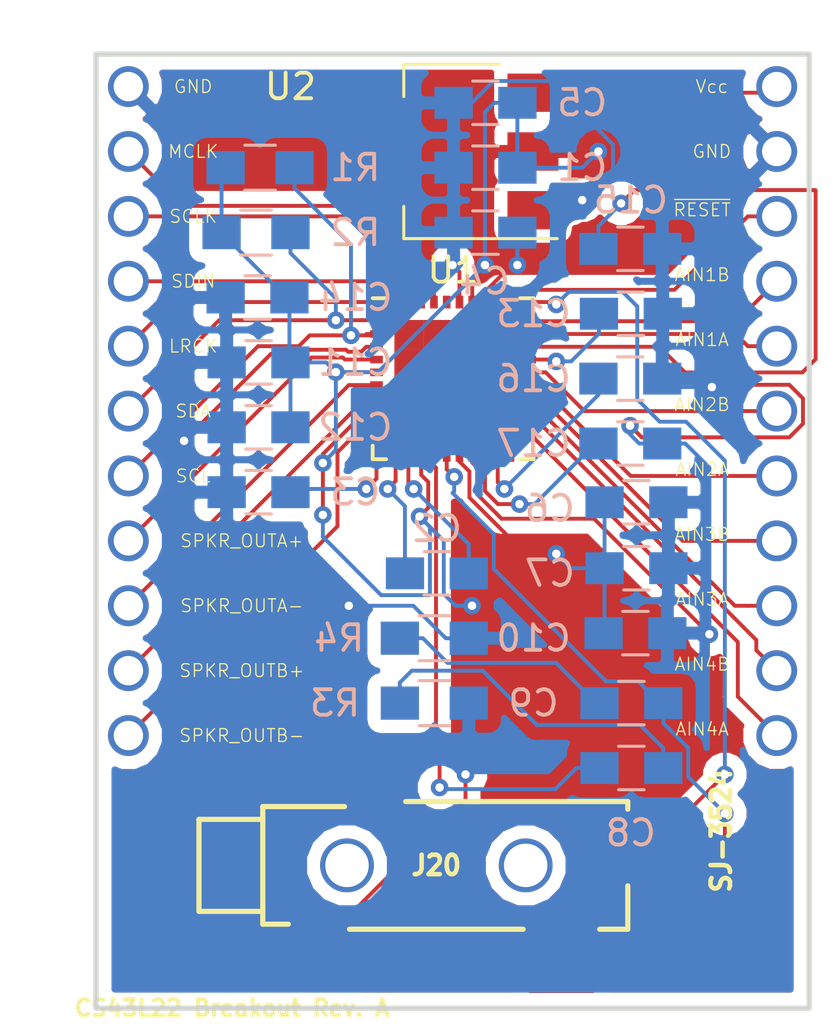
<source format=kicad_pcb>
(kicad_pcb (version 20171130) (host pcbnew 5.0.0-rc2-dev-unknown-4202bb6~64~ubuntu16.04.1)

  (general
    (thickness 1.6)
    (drawings 8)
    (tracks 327)
    (zones 0)
    (modules 46)
    (nets 37)
  )

  (page A4)
  (layers
    (0 F.Cu signal)
    (31 B.Cu signal)
    (32 B.Adhes user)
    (33 F.Adhes user)
    (34 B.Paste user)
    (35 F.Paste user)
    (36 B.SilkS user)
    (37 F.SilkS user)
    (38 B.Mask user)
    (39 F.Mask user)
    (40 Dwgs.User user)
    (41 Cmts.User user)
    (42 Eco1.User user)
    (43 Eco2.User user)
    (44 Edge.Cuts user)
    (45 Margin user)
    (46 B.CrtYd user)
    (47 F.CrtYd user)
    (48 B.Fab user)
    (49 F.Fab user)
  )

  (setup
    (last_trace_width 0.1524)
    (trace_clearance 0.1524)
    (zone_clearance 0.508)
    (zone_45_only no)
    (trace_min 0.1524)
    (segment_width 0.2)
    (edge_width 0.15)
    (via_size 0.6858)
    (via_drill 0.3302)
    (via_min_size 0.6858)
    (via_min_drill 0.3302)
    (uvia_size 0.6858)
    (uvia_drill 0.3302)
    (uvias_allowed no)
    (uvia_min_size 0.2)
    (uvia_min_drill 0.1)
    (pcb_text_width 0.3)
    (pcb_text_size 1.5 1.5)
    (mod_edge_width 0.15)
    (mod_text_size 1 1)
    (mod_text_width 0.15)
    (pad_size 1.524 1.524)
    (pad_drill 0.762)
    (pad_to_mask_clearance 0.2)
    (aux_axis_origin 0 0)
    (visible_elements FFFFFF7F)
    (pcbplotparams
      (layerselection 0x010fc_ffffffff)
      (usegerberextensions false)
      (usegerberattributes false)
      (usegerberadvancedattributes false)
      (creategerberjobfile false)
      (excludeedgelayer true)
      (linewidth 0.100000)
      (plotframeref false)
      (viasonmask false)
      (mode 1)
      (useauxorigin false)
      (hpglpennumber 1)
      (hpglpenspeed 20)
      (hpglpendiameter 15)
      (psnegative false)
      (psa4output false)
      (plotreference true)
      (plotvalue true)
      (plotinvisibletext false)
      (padsonsilk false)
      (subtractmaskfromsilk false)
      (outputformat 1)
      (mirror false)
      (drillshape 1)
      (scaleselection 1)
      (outputdirectory ""))
  )

  (net 0 "")
  (net 1 "Net-(AIN1A1-Pad1)")
  (net 2 "Net-(AIN1B1-Pad1)")
  (net 3 "Net-(AIN2A1-Pad1)")
  (net 4 "Net-(AIN2B1-Pad1)")
  (net 5 "Net-(AIN3A1-Pad1)")
  (net 6 "Net-(AIN3B1-Pad1)")
  (net 7 "Net-(AIN4A1-Pad1)")
  (net 8 "Net-(AIN4B1-Pad1)")
  (net 9 GND)
  (net 10 +1V8)
  (net 11 "Net-(C2-Pad1)")
  (net 12 "Net-(C2-Pad2)")
  (net 13 "Net-(C3-Pad1)")
  (net 14 "Net-(C8-Pad2)")
  (net 15 "Net-(C8-Pad1)")
  (net 16 "Net-(C9-Pad1)")
  (net 17 "Net-(C9-Pad2)")
  (net 18 "Net-(C13-Pad2)")
  (net 19 "Net-(C15-Pad2)")
  (net 20 "Net-(C16-Pad2)")
  (net 21 "Net-(C17-Pad2)")
  (net 22 "Net-(J20-Pad4)")
  (net 23 "Net-(LRCK1-Pad1)")
  (net 24 "Net-(MCLK1-Pad1)")
  (net 25 "Net-(R1-Pad1)")
  (net 26 "Net-(R2-Pad1)")
  (net 27 "Net-(SCLK1-Pad1)")
  (net 28 "Net-(SDIN1-Pad1)")
  (net 29 "Net-(SPKR_OUTA+1-Pad1)")
  (net 30 "Net-(SPKR_OUTA-1-Pad1)")
  (net 31 "Net-(SPKR_OUTB+1-Pad1)")
  (net 32 "Net-(SPKR_OUTB-1-Pad1)")
  (net 33 "Net-(U1-Pad36)")
  (net 34 "Net-(U1-Pad32)")
  (net 35 "Net-(U1-Pad20)")
  (net 36 "Net-(U2-Pad3)")

  (net_class Default "This is the default net class."
    (clearance 0.1524)
    (trace_width 0.1524)
    (via_dia 0.6858)
    (via_drill 0.3302)
    (uvia_dia 0.6858)
    (uvia_drill 0.3302)
    (add_net +1V8)
    (add_net GND)
    (add_net "Net-(AIN1A1-Pad1)")
    (add_net "Net-(AIN1B1-Pad1)")
    (add_net "Net-(AIN2A1-Pad1)")
    (add_net "Net-(AIN2B1-Pad1)")
    (add_net "Net-(AIN3A1-Pad1)")
    (add_net "Net-(AIN3B1-Pad1)")
    (add_net "Net-(AIN4A1-Pad1)")
    (add_net "Net-(AIN4B1-Pad1)")
    (add_net "Net-(C13-Pad2)")
    (add_net "Net-(C15-Pad2)")
    (add_net "Net-(C16-Pad2)")
    (add_net "Net-(C17-Pad2)")
    (add_net "Net-(C2-Pad1)")
    (add_net "Net-(C2-Pad2)")
    (add_net "Net-(C3-Pad1)")
    (add_net "Net-(C8-Pad1)")
    (add_net "Net-(C8-Pad2)")
    (add_net "Net-(C9-Pad1)")
    (add_net "Net-(C9-Pad2)")
    (add_net "Net-(J20-Pad4)")
    (add_net "Net-(LRCK1-Pad1)")
    (add_net "Net-(MCLK1-Pad1)")
    (add_net "Net-(R1-Pad1)")
    (add_net "Net-(R2-Pad1)")
    (add_net "Net-(SCLK1-Pad1)")
    (add_net "Net-(SDIN1-Pad1)")
    (add_net "Net-(SPKR_OUTA+1-Pad1)")
    (add_net "Net-(SPKR_OUTA-1-Pad1)")
    (add_net "Net-(SPKR_OUTB+1-Pad1)")
    (add_net "Net-(SPKR_OUTB-1-Pad1)")
    (add_net "Net-(U1-Pad20)")
    (add_net "Net-(U1-Pad32)")
    (add_net "Net-(U1-Pad36)")
    (add_net "Net-(U2-Pad3)")
  )

  (module connector:Conn_1pin_2.54mm (layer F.Cu) (tedit 5B0B6926) (tstamp 5AE681AD)
    (at 109.22 83.82)
    (path /5AE76F8B)
    (fp_text reference AIN1A (at -2.921 -0.254) (layer F.SilkS)
      (effects (font (size 0.5 0.5) (thickness 0.05)))
    )
    (fp_text value AIN1A (at 0 -2.54) (layer F.Fab)
      (effects (font (size 1 1) (thickness 0.15)))
    )
    (pad 1 thru_hole circle (at 0 0) (size 1.6 1.6) (drill 1.15) (layers *.Cu *.Mask)
      (net 1 "Net-(AIN1A1-Pad1)"))
  )

  (module connector:Conn_1pin_2.54mm (layer F.Cu) (tedit 5B0B6929) (tstamp 5AE681B2)
    (at 109.22 81.28)
    (path /5AE77184)
    (fp_text reference AIN1B (at -2.921 -0.254) (layer F.SilkS)
      (effects (font (size 0.5 0.5) (thickness 0.05)))
    )
    (fp_text value AIN1B (at 0 -2.54) (layer F.Fab)
      (effects (font (size 1 1) (thickness 0.15)))
    )
    (pad 1 thru_hole circle (at 0 0) (size 1.6 1.6) (drill 1.15) (layers *.Cu *.Mask)
      (net 2 "Net-(AIN1B1-Pad1)"))
  )

  (module connector:Conn_1pin_2.54mm (layer F.Cu) (tedit 5B0B691D) (tstamp 5AE681B7)
    (at 109.22 88.9)
    (path /5AE777D1)
    (fp_text reference AIN2A (at -2.921 -0.254) (layer F.SilkS)
      (effects (font (size 0.5 0.5) (thickness 0.05)))
    )
    (fp_text value AIN2A (at 0 -2.54) (layer F.Fab)
      (effects (font (size 1 1) (thickness 0.15)))
    )
    (pad 1 thru_hole circle (at 0 0) (size 1.6 1.6) (drill 1.15) (layers *.Cu *.Mask)
      (net 3 "Net-(AIN2A1-Pad1)"))
  )

  (module connector:Conn_1pin_2.54mm (layer F.Cu) (tedit 5B0B6920) (tstamp 5AE681BC)
    (at 109.22 86.36)
    (path /5AE77E1F)
    (fp_text reference AIN2B (at -2.921 -0.254) (layer F.SilkS)
      (effects (font (size 0.5 0.5) (thickness 0.05)))
    )
    (fp_text value AIN2B (at 0 -2.54) (layer F.Fab)
      (effects (font (size 1 1) (thickness 0.15)))
    )
    (pad 1 thru_hole circle (at 0 0) (size 1.6 1.6) (drill 1.15) (layers *.Cu *.Mask)
      (net 4 "Net-(AIN2B1-Pad1)"))
  )

  (module connector:Conn_1pin_2.54mm (layer F.Cu) (tedit 5B0B6913) (tstamp 5AE681C1)
    (at 109.22 93.98)
    (path /5AE7846E)
    (fp_text reference AIN3A (at -2.921 -0.254) (layer F.SilkS)
      (effects (font (size 0.5 0.5) (thickness 0.05)))
    )
    (fp_text value AIN3A (at 0 -2.54) (layer F.Fab)
      (effects (font (size 1 1) (thickness 0.15)))
    )
    (pad 1 thru_hole circle (at 0 0) (size 1.6 1.6) (drill 1.15) (layers *.Cu *.Mask)
      (net 5 "Net-(AIN3A1-Pad1)"))
  )

  (module connector:Conn_1pin_2.54mm (layer F.Cu) (tedit 5B0B6916) (tstamp 5AE681C6)
    (at 109.22 91.44)
    (path /5AE78ABE)
    (fp_text reference AIN3B (at -2.921 -0.254) (layer F.SilkS)
      (effects (font (size 0.5 0.5) (thickness 0.05)))
    )
    (fp_text value AIN3B (at 0 -2.54) (layer F.Fab)
      (effects (font (size 1 1) (thickness 0.15)))
    )
    (pad 1 thru_hole circle (at 0 0) (size 1.6 1.6) (drill 1.15) (layers *.Cu *.Mask)
      (net 6 "Net-(AIN3B1-Pad1)"))
  )

  (module connector:Conn_1pin_2.54mm (layer F.Cu) (tedit 5B0B690A) (tstamp 5AE681CB)
    (at 109.22 99.06)
    (path /5AE7910F)
    (fp_text reference AIN4A (at -2.921 -0.254) (layer F.SilkS)
      (effects (font (size 0.5 0.5) (thickness 0.05)))
    )
    (fp_text value AIN4A (at 0 -2.54) (layer F.Fab)
      (effects (font (size 1 1) (thickness 0.15)))
    )
    (pad 1 thru_hole circle (at 0 0) (size 1.6 1.6) (drill 1.15) (layers *.Cu *.Mask)
      (net 7 "Net-(AIN4A1-Pad1)"))
  )

  (module connector:Conn_1pin_2.54mm (layer F.Cu) (tedit 5B0B690D) (tstamp 5AE681D0)
    (at 109.22 96.52)
    (path /5AE79761)
    (fp_text reference AIN4B (at -2.921 -0.254) (layer F.SilkS)
      (effects (font (size 0.5 0.5) (thickness 0.05)))
    )
    (fp_text value AIN4B (at 0 -2.54) (layer F.Fab)
      (effects (font (size 1 1) (thickness 0.15)))
    )
    (pad 1 thru_hole circle (at 0 0) (size 1.6 1.6) (drill 1.15) (layers *.Cu *.Mask)
      (net 8 "Net-(AIN4B1-Pad1)"))
  )

  (module Capacitors_SMD:C_0805_HandSoldering (layer B.Cu) (tedit 5B0B5D27) (tstamp 5B0B5D5D)
    (at 97.81 76.835 180)
    (descr "Capacitor SMD 0805, hand soldering")
    (tags "capacitor 0805")
    (path /5AE6EF7A)
    (attr smd)
    (fp_text reference C1 (at -3.79 0 180) (layer B.SilkS)
      (effects (font (size 1 1) (thickness 0.15)) (justify mirror))
    )
    (fp_text value 0.1uf (at 0 -1.75 180) (layer B.Fab)
      (effects (font (size 1 1) (thickness 0.15)) (justify mirror))
    )
    (fp_line (start 2.25 -0.87) (end -2.25 -0.87) (layer B.CrtYd) (width 0.05))
    (fp_line (start 2.25 -0.87) (end 2.25 0.88) (layer B.CrtYd) (width 0.05))
    (fp_line (start -2.25 0.88) (end -2.25 -0.87) (layer B.CrtYd) (width 0.05))
    (fp_line (start -2.25 0.88) (end 2.25 0.88) (layer B.CrtYd) (width 0.05))
    (fp_line (start -0.5 -0.85) (end 0.5 -0.85) (layer B.SilkS) (width 0.12))
    (fp_line (start 0.5 0.85) (end -0.5 0.85) (layer B.SilkS) (width 0.12))
    (fp_line (start -1 0.62) (end 1 0.62) (layer B.Fab) (width 0.1))
    (fp_line (start 1 0.62) (end 1 -0.62) (layer B.Fab) (width 0.1))
    (fp_line (start 1 -0.62) (end -1 -0.62) (layer B.Fab) (width 0.1))
    (fp_line (start -1 -0.62) (end -1 0.62) (layer B.Fab) (width 0.1))
    (fp_text user %R (at 0 1.75 180) (layer B.Fab)
      (effects (font (size 1 1) (thickness 0.15)) (justify mirror))
    )
    (pad 2 smd rect (at 1.25 0 180) (size 1.5 1.25) (layers B.Cu B.Paste B.Mask)
      (net 9 GND))
    (pad 1 smd rect (at -1.25 0 180) (size 1.5 1.25) (layers B.Cu B.Paste B.Mask)
      (net 10 +1V8))
    (model Capacitors_SMD.3dshapes/C_0805.wrl
      (at (xyz 0 0 0))
      (scale (xyz 1 1 1))
      (rotate (xyz 0 0 0))
    )
  )

  (module Capacitors_SMD:C_0805_HandSoldering (layer B.Cu) (tedit 58AA84A8) (tstamp 5B0B03DA)
    (at 95.905 92.71 180)
    (descr "Capacitor SMD 0805, hand soldering")
    (tags "capacitor 0805")
    (path /5AE7D32F)
    (attr smd)
    (fp_text reference C2 (at 0 1.75 180) (layer B.SilkS)
      (effects (font (size 1 1) (thickness 0.15)) (justify mirror))
    )
    (fp_text value 1uf (at 0 -1.75 180) (layer B.Fab)
      (effects (font (size 1 1) (thickness 0.15)) (justify mirror))
    )
    (fp_text user %R (at 0 1.75 180) (layer B.Fab)
      (effects (font (size 1 1) (thickness 0.15)) (justify mirror))
    )
    (fp_line (start -1 -0.62) (end -1 0.62) (layer B.Fab) (width 0.1))
    (fp_line (start 1 -0.62) (end -1 -0.62) (layer B.Fab) (width 0.1))
    (fp_line (start 1 0.62) (end 1 -0.62) (layer B.Fab) (width 0.1))
    (fp_line (start -1 0.62) (end 1 0.62) (layer B.Fab) (width 0.1))
    (fp_line (start 0.5 0.85) (end -0.5 0.85) (layer B.SilkS) (width 0.12))
    (fp_line (start -0.5 -0.85) (end 0.5 -0.85) (layer B.SilkS) (width 0.12))
    (fp_line (start -2.25 0.88) (end 2.25 0.88) (layer B.CrtYd) (width 0.05))
    (fp_line (start -2.25 0.88) (end -2.25 -0.87) (layer B.CrtYd) (width 0.05))
    (fp_line (start 2.25 -0.87) (end 2.25 0.88) (layer B.CrtYd) (width 0.05))
    (fp_line (start 2.25 -0.87) (end -2.25 -0.87) (layer B.CrtYd) (width 0.05))
    (pad 1 smd rect (at -1.25 0 180) (size 1.5 1.25) (layers B.Cu B.Paste B.Mask)
      (net 11 "Net-(C2-Pad1)"))
    (pad 2 smd rect (at 1.25 0 180) (size 1.5 1.25) (layers B.Cu B.Paste B.Mask)
      (net 12 "Net-(C2-Pad2)"))
    (model Capacitors_SMD.3dshapes/C_0805.wrl
      (at (xyz 0 0 0))
      (scale (xyz 1 1 1))
      (rotate (xyz 0 0 0))
    )
  )

  (module Capacitors_SMD:C_0805_HandSoldering (layer B.Cu) (tedit 58AA84A8) (tstamp 5AE69D5C)
    (at 88.92 89.535 180)
    (descr "Capacitor SMD 0805, hand soldering")
    (tags "capacitor 0805")
    (path /5AE80A4D)
    (attr smd)
    (fp_text reference C3 (at -3.79 0 180) (layer B.SilkS)
      (effects (font (size 1 1) (thickness 0.15)) (justify mirror))
    )
    (fp_text value 1uf (at 0 -1.75 180) (layer B.Fab)
      (effects (font (size 1 1) (thickness 0.15)) (justify mirror))
    )
    (fp_line (start 2.25 -0.87) (end -2.25 -0.87) (layer B.CrtYd) (width 0.05))
    (fp_line (start 2.25 -0.87) (end 2.25 0.88) (layer B.CrtYd) (width 0.05))
    (fp_line (start -2.25 0.88) (end -2.25 -0.87) (layer B.CrtYd) (width 0.05))
    (fp_line (start -2.25 0.88) (end 2.25 0.88) (layer B.CrtYd) (width 0.05))
    (fp_line (start -0.5 -0.85) (end 0.5 -0.85) (layer B.SilkS) (width 0.12))
    (fp_line (start 0.5 0.85) (end -0.5 0.85) (layer B.SilkS) (width 0.12))
    (fp_line (start -1 0.62) (end 1 0.62) (layer B.Fab) (width 0.1))
    (fp_line (start 1 0.62) (end 1 -0.62) (layer B.Fab) (width 0.1))
    (fp_line (start 1 -0.62) (end -1 -0.62) (layer B.Fab) (width 0.1))
    (fp_line (start -1 -0.62) (end -1 0.62) (layer B.Fab) (width 0.1))
    (fp_text user %R (at 0 1.75 180) (layer B.Fab)
      (effects (font (size 1 1) (thickness 0.15)) (justify mirror))
    )
    (pad 2 smd rect (at 1.25 0 180) (size 1.5 1.25) (layers B.Cu B.Paste B.Mask)
      (net 9 GND))
    (pad 1 smd rect (at -1.25 0 180) (size 1.5 1.25) (layers B.Cu B.Paste B.Mask)
      (net 13 "Net-(C3-Pad1)"))
    (model Capacitors_SMD.3dshapes/C_0805.wrl
      (at (xyz 0 0 0))
      (scale (xyz 1 1 1))
      (rotate (xyz 0 0 0))
    )
  )

  (module Capacitors_SMD:C_0805_HandSoldering (layer B.Cu) (tedit 58AA84A8) (tstamp 5B0B5E0D)
    (at 97.81 79.375 180)
    (descr "Capacitor SMD 0805, hand soldering")
    (tags "capacitor 0805")
    (path /5AE8BBAF)
    (attr smd)
    (fp_text reference C4 (at 0.02 -1.905 180) (layer B.SilkS)
      (effects (font (size 1 1) (thickness 0.15)) (justify mirror))
    )
    (fp_text value 0.1uf (at 0 -1.75 180) (layer B.Fab)
      (effects (font (size 1 1) (thickness 0.15)) (justify mirror))
    )
    (fp_text user %R (at 0 1.75 180) (layer B.Fab)
      (effects (font (size 1 1) (thickness 0.15)) (justify mirror))
    )
    (fp_line (start -1 -0.62) (end -1 0.62) (layer B.Fab) (width 0.1))
    (fp_line (start 1 -0.62) (end -1 -0.62) (layer B.Fab) (width 0.1))
    (fp_line (start 1 0.62) (end 1 -0.62) (layer B.Fab) (width 0.1))
    (fp_line (start -1 0.62) (end 1 0.62) (layer B.Fab) (width 0.1))
    (fp_line (start 0.5 0.85) (end -0.5 0.85) (layer B.SilkS) (width 0.12))
    (fp_line (start -0.5 -0.85) (end 0.5 -0.85) (layer B.SilkS) (width 0.12))
    (fp_line (start -2.25 0.88) (end 2.25 0.88) (layer B.CrtYd) (width 0.05))
    (fp_line (start -2.25 0.88) (end -2.25 -0.87) (layer B.CrtYd) (width 0.05))
    (fp_line (start 2.25 -0.87) (end 2.25 0.88) (layer B.CrtYd) (width 0.05))
    (fp_line (start 2.25 -0.87) (end -2.25 -0.87) (layer B.CrtYd) (width 0.05))
    (pad 1 smd rect (at -1.25 0 180) (size 1.5 1.25) (layers B.Cu B.Paste B.Mask)
      (net 10 +1V8))
    (pad 2 smd rect (at 1.25 0 180) (size 1.5 1.25) (layers B.Cu B.Paste B.Mask)
      (net 9 GND))
    (model Capacitors_SMD.3dshapes/C_0805.wrl
      (at (xyz 0 0 0))
      (scale (xyz 1 1 1))
      (rotate (xyz 0 0 0))
    )
  )

  (module Capacitors_SMD:C_0805_HandSoldering (layer B.Cu) (tedit 58AA84A8) (tstamp 5B0B5E63)
    (at 97.81 74.295 180)
    (descr "Capacitor SMD 0805, hand soldering")
    (tags "capacitor 0805")
    (path /5AE6EFAA)
    (attr smd)
    (fp_text reference C5 (at -3.79 0 180) (layer B.SilkS)
      (effects (font (size 1 1) (thickness 0.15)) (justify mirror))
    )
    (fp_text value 0.1uf (at 0 -1.75 180) (layer B.Fab)
      (effects (font (size 1 1) (thickness 0.15)) (justify mirror))
    )
    (fp_text user %R (at 0 1.75 180) (layer B.Fab)
      (effects (font (size 1 1) (thickness 0.15)) (justify mirror))
    )
    (fp_line (start -1 -0.62) (end -1 0.62) (layer B.Fab) (width 0.1))
    (fp_line (start 1 -0.62) (end -1 -0.62) (layer B.Fab) (width 0.1))
    (fp_line (start 1 0.62) (end 1 -0.62) (layer B.Fab) (width 0.1))
    (fp_line (start -1 0.62) (end 1 0.62) (layer B.Fab) (width 0.1))
    (fp_line (start 0.5 0.85) (end -0.5 0.85) (layer B.SilkS) (width 0.12))
    (fp_line (start -0.5 -0.85) (end 0.5 -0.85) (layer B.SilkS) (width 0.12))
    (fp_line (start -2.25 0.88) (end 2.25 0.88) (layer B.CrtYd) (width 0.05))
    (fp_line (start -2.25 0.88) (end -2.25 -0.87) (layer B.CrtYd) (width 0.05))
    (fp_line (start 2.25 -0.87) (end 2.25 0.88) (layer B.CrtYd) (width 0.05))
    (fp_line (start 2.25 -0.87) (end -2.25 -0.87) (layer B.CrtYd) (width 0.05))
    (pad 1 smd rect (at -1.25 0 180) (size 1.5 1.25) (layers B.Cu B.Paste B.Mask)
      (net 10 +1V8))
    (pad 2 smd rect (at 1.25 0 180) (size 1.5 1.25) (layers B.Cu B.Paste B.Mask)
      (net 9 GND))
    (model Capacitors_SMD.3dshapes/C_0805.wrl
      (at (xyz 0 0 0))
      (scale (xyz 1 1 1))
      (rotate (xyz 0 0 0))
    )
  )

  (module Capacitors_SMD:C_0805_HandSoldering (layer B.Cu) (tedit 5B0AF9C0) (tstamp 5B0B1BA0)
    (at 103.725 89.93)
    (descr "Capacitor SMD 0805, hand soldering")
    (tags "capacitor 0805")
    (path /5AE6F312)
    (attr smd)
    (fp_text reference C6 (at -3.395 0.24) (layer B.SilkS)
      (effects (font (size 1 1) (thickness 0.15)) (justify mirror))
    )
    (fp_text value 0.1uf (at 0 -1.75) (layer B.Fab)
      (effects (font (size 1 1) (thickness 0.15)) (justify mirror))
    )
    (fp_line (start 2.25 -0.87) (end -2.25 -0.87) (layer B.CrtYd) (width 0.05))
    (fp_line (start 2.25 -0.87) (end 2.25 0.88) (layer B.CrtYd) (width 0.05))
    (fp_line (start -2.25 0.88) (end -2.25 -0.87) (layer B.CrtYd) (width 0.05))
    (fp_line (start -2.25 0.88) (end 2.25 0.88) (layer B.CrtYd) (width 0.05))
    (fp_line (start -0.5 -0.85) (end 0.5 -0.85) (layer B.SilkS) (width 0.12))
    (fp_line (start 0.5 0.85) (end -0.5 0.85) (layer B.SilkS) (width 0.12))
    (fp_line (start -1 0.62) (end 1 0.62) (layer B.Fab) (width 0.1))
    (fp_line (start 1 0.62) (end 1 -0.62) (layer B.Fab) (width 0.1))
    (fp_line (start 1 -0.62) (end -1 -0.62) (layer B.Fab) (width 0.1))
    (fp_line (start -1 -0.62) (end -1 0.62) (layer B.Fab) (width 0.1))
    (fp_text user %R (at 0 1.75) (layer B.Fab)
      (effects (font (size 1 1) (thickness 0.15)) (justify mirror))
    )
    (pad 2 smd rect (at 1.25 0) (size 1.5 1.25) (layers B.Cu B.Paste B.Mask)
      (net 9 GND))
    (pad 1 smd rect (at -1.25 0) (size 1.5 1.25) (layers B.Cu B.Paste B.Mask)
      (net 10 +1V8))
    (model Capacitors_SMD.3dshapes/C_0805.wrl
      (at (xyz 0 0 0))
      (scale (xyz 1 1 1))
      (rotate (xyz 0 0 0))
    )
  )

  (module Capacitors_SMD:C_0805_HandSoldering (layer B.Cu) (tedit 58AA84A8) (tstamp 5B0B0816)
    (at 103.725 92.51)
    (descr "Capacitor SMD 0805, hand soldering")
    (tags "capacitor 0805")
    (path /5AE6F630)
    (attr smd)
    (fp_text reference C7 (at -3.395 0.2) (layer B.SilkS)
      (effects (font (size 1 1) (thickness 0.15)) (justify mirror))
    )
    (fp_text value 0.1uf (at 0 -1.75) (layer B.Fab)
      (effects (font (size 1 1) (thickness 0.15)) (justify mirror))
    )
    (fp_text user %R (at 0 1.75) (layer B.Fab)
      (effects (font (size 1 1) (thickness 0.15)) (justify mirror))
    )
    (fp_line (start -1 -0.62) (end -1 0.62) (layer B.Fab) (width 0.1))
    (fp_line (start 1 -0.62) (end -1 -0.62) (layer B.Fab) (width 0.1))
    (fp_line (start 1 0.62) (end 1 -0.62) (layer B.Fab) (width 0.1))
    (fp_line (start -1 0.62) (end 1 0.62) (layer B.Fab) (width 0.1))
    (fp_line (start 0.5 0.85) (end -0.5 0.85) (layer B.SilkS) (width 0.12))
    (fp_line (start -0.5 -0.85) (end 0.5 -0.85) (layer B.SilkS) (width 0.12))
    (fp_line (start -2.25 0.88) (end 2.25 0.88) (layer B.CrtYd) (width 0.05))
    (fp_line (start -2.25 0.88) (end -2.25 -0.87) (layer B.CrtYd) (width 0.05))
    (fp_line (start 2.25 -0.87) (end 2.25 0.88) (layer B.CrtYd) (width 0.05))
    (fp_line (start 2.25 -0.87) (end -2.25 -0.87) (layer B.CrtYd) (width 0.05))
    (pad 1 smd rect (at -1.25 0) (size 1.5 1.25) (layers B.Cu B.Paste B.Mask)
      (net 10 +1V8))
    (pad 2 smd rect (at 1.25 0) (size 1.5 1.25) (layers B.Cu B.Paste B.Mask)
      (net 9 GND))
    (model Capacitors_SMD.3dshapes/C_0805.wrl
      (at (xyz 0 0 0))
      (scale (xyz 1 1 1))
      (rotate (xyz 0 0 0))
    )
  )

  (module Capacitors_SMD:C_0805_HandSoldering (layer B.Cu) (tedit 5B0AFA5D) (tstamp 5B0B1D49)
    (at 103.525 100.33 180)
    (descr "Capacitor SMD 0805, hand soldering")
    (tags "capacitor 0805")
    (path /5AEA50E5)
    (attr smd)
    (fp_text reference C8 (at 0.02 -2.54 180) (layer B.SilkS)
      (effects (font (size 1 1) (thickness 0.15)) (justify mirror))
    )
    (fp_text value 0.022uf (at 0 -1.75 180) (layer B.Fab)
      (effects (font (size 1 1) (thickness 0.15)) (justify mirror))
    )
    (fp_line (start 2.25 -0.87) (end -2.25 -0.87) (layer B.CrtYd) (width 0.05))
    (fp_line (start 2.25 -0.87) (end 2.25 0.88) (layer B.CrtYd) (width 0.05))
    (fp_line (start -2.25 0.88) (end -2.25 -0.87) (layer B.CrtYd) (width 0.05))
    (fp_line (start -2.25 0.88) (end 2.25 0.88) (layer B.CrtYd) (width 0.05))
    (fp_line (start -0.5 -0.85) (end 0.5 -0.85) (layer B.SilkS) (width 0.12))
    (fp_line (start 0.5 0.85) (end -0.5 0.85) (layer B.SilkS) (width 0.12))
    (fp_line (start -1 0.62) (end 1 0.62) (layer B.Fab) (width 0.1))
    (fp_line (start 1 0.62) (end 1 -0.62) (layer B.Fab) (width 0.1))
    (fp_line (start 1 -0.62) (end -1 -0.62) (layer B.Fab) (width 0.1))
    (fp_line (start -1 -0.62) (end -1 0.62) (layer B.Fab) (width 0.1))
    (fp_text user %R (at 0 1.75 180) (layer B.Fab)
      (effects (font (size 1 1) (thickness 0.15)) (justify mirror))
    )
    (pad 2 smd rect (at 1.25 0 180) (size 1.5 1.25) (layers B.Cu B.Paste B.Mask)
      (net 14 "Net-(C8-Pad2)"))
    (pad 1 smd rect (at -1.25 0 180) (size 1.5 1.25) (layers B.Cu B.Paste B.Mask)
      (net 15 "Net-(C8-Pad1)"))
    (model Capacitors_SMD.3dshapes/C_0805.wrl
      (at (xyz 0 0 0))
      (scale (xyz 1 1 1))
      (rotate (xyz 0 0 0))
    )
  )

  (module Capacitors_SMD:C_0805_HandSoldering (layer B.Cu) (tedit 5B0AFAAE) (tstamp 5B0B0756)
    (at 103.525 97.79)
    (descr "Capacitor SMD 0805, hand soldering")
    (tags "capacitor 0805")
    (path /5AEABF71)
    (attr smd)
    (fp_text reference C9 (at -3.83 0) (layer B.SilkS)
      (effects (font (size 1 1) (thickness 0.15)) (justify mirror))
    )
    (fp_text value 0.022uf (at 0 -1.75) (layer B.Fab)
      (effects (font (size 1 1) (thickness 0.15)) (justify mirror))
    )
    (fp_text user %R (at 0 1.75) (layer B.Fab)
      (effects (font (size 1 1) (thickness 0.15)) (justify mirror))
    )
    (fp_line (start -1 -0.62) (end -1 0.62) (layer B.Fab) (width 0.1))
    (fp_line (start 1 -0.62) (end -1 -0.62) (layer B.Fab) (width 0.1))
    (fp_line (start 1 0.62) (end 1 -0.62) (layer B.Fab) (width 0.1))
    (fp_line (start -1 0.62) (end 1 0.62) (layer B.Fab) (width 0.1))
    (fp_line (start 0.5 0.85) (end -0.5 0.85) (layer B.SilkS) (width 0.12))
    (fp_line (start -0.5 -0.85) (end 0.5 -0.85) (layer B.SilkS) (width 0.12))
    (fp_line (start -2.25 0.88) (end 2.25 0.88) (layer B.CrtYd) (width 0.05))
    (fp_line (start -2.25 0.88) (end -2.25 -0.87) (layer B.CrtYd) (width 0.05))
    (fp_line (start 2.25 -0.87) (end 2.25 0.88) (layer B.CrtYd) (width 0.05))
    (fp_line (start 2.25 -0.87) (end -2.25 -0.87) (layer B.CrtYd) (width 0.05))
    (pad 1 smd rect (at -1.25 0) (size 1.5 1.25) (layers B.Cu B.Paste B.Mask)
      (net 16 "Net-(C9-Pad1)"))
    (pad 2 smd rect (at 1.25 0) (size 1.5 1.25) (layers B.Cu B.Paste B.Mask)
      (net 17 "Net-(C9-Pad2)"))
    (model Capacitors_SMD.3dshapes/C_0805.wrl
      (at (xyz 0 0 0))
      (scale (xyz 1 1 1))
      (rotate (xyz 0 0 0))
    )
  )

  (module Capacitors_SMD:C_0805_HandSoldering (layer B.Cu) (tedit 58AA84A8) (tstamp 5B0B07B6)
    (at 103.685 95.05)
    (descr "Capacitor SMD 0805, hand soldering")
    (tags "capacitor 0805")
    (path /5AE6F9FA)
    (attr smd)
    (fp_text reference C10 (at -3.99 0.2) (layer B.SilkS)
      (effects (font (size 1 1) (thickness 0.15)) (justify mirror))
    )
    (fp_text value 1uf (at 0 -1.75) (layer B.Fab)
      (effects (font (size 1 1) (thickness 0.15)) (justify mirror))
    )
    (fp_line (start 2.25 -0.87) (end -2.25 -0.87) (layer B.CrtYd) (width 0.05))
    (fp_line (start 2.25 -0.87) (end 2.25 0.88) (layer B.CrtYd) (width 0.05))
    (fp_line (start -2.25 0.88) (end -2.25 -0.87) (layer B.CrtYd) (width 0.05))
    (fp_line (start -2.25 0.88) (end 2.25 0.88) (layer B.CrtYd) (width 0.05))
    (fp_line (start -0.5 -0.85) (end 0.5 -0.85) (layer B.SilkS) (width 0.12))
    (fp_line (start 0.5 0.85) (end -0.5 0.85) (layer B.SilkS) (width 0.12))
    (fp_line (start -1 0.62) (end 1 0.62) (layer B.Fab) (width 0.1))
    (fp_line (start 1 0.62) (end 1 -0.62) (layer B.Fab) (width 0.1))
    (fp_line (start 1 -0.62) (end -1 -0.62) (layer B.Fab) (width 0.1))
    (fp_line (start -1 -0.62) (end -1 0.62) (layer B.Fab) (width 0.1))
    (fp_text user %R (at 0 1.75) (layer B.Fab)
      (effects (font (size 1 1) (thickness 0.15)) (justify mirror))
    )
    (pad 2 smd rect (at 1.25 0) (size 1.5 1.25) (layers B.Cu B.Paste B.Mask)
      (net 9 GND))
    (pad 1 smd rect (at -1.25 0) (size 1.5 1.25) (layers B.Cu B.Paste B.Mask)
      (net 10 +1V8))
    (model Capacitors_SMD.3dshapes/C_0805.wrl
      (at (xyz 0 0 0))
      (scale (xyz 1 1 1))
      (rotate (xyz 0 0 0))
    )
  )

  (module Capacitors_SMD:C_0805_HandSoldering (layer B.Cu) (tedit 58AA84A8) (tstamp 5B0B1812)
    (at 88.92 84.455 180)
    (descr "Capacitor SMD 0805, hand soldering")
    (tags "capacitor 0805")
    (path /5AE70EA6)
    (attr smd)
    (fp_text reference C11 (at -3.79 0 180) (layer B.SilkS)
      (effects (font (size 1 1) (thickness 0.15)) (justify mirror))
    )
    (fp_text value 0.1uf (at 0 -1.75 180) (layer B.Fab)
      (effects (font (size 1 1) (thickness 0.15)) (justify mirror))
    )
    (fp_line (start 2.25 -0.87) (end -2.25 -0.87) (layer B.CrtYd) (width 0.05))
    (fp_line (start 2.25 -0.87) (end 2.25 0.88) (layer B.CrtYd) (width 0.05))
    (fp_line (start -2.25 0.88) (end -2.25 -0.87) (layer B.CrtYd) (width 0.05))
    (fp_line (start -2.25 0.88) (end 2.25 0.88) (layer B.CrtYd) (width 0.05))
    (fp_line (start -0.5 -0.85) (end 0.5 -0.85) (layer B.SilkS) (width 0.12))
    (fp_line (start 0.5 0.85) (end -0.5 0.85) (layer B.SilkS) (width 0.12))
    (fp_line (start -1 0.62) (end 1 0.62) (layer B.Fab) (width 0.1))
    (fp_line (start 1 0.62) (end 1 -0.62) (layer B.Fab) (width 0.1))
    (fp_line (start 1 -0.62) (end -1 -0.62) (layer B.Fab) (width 0.1))
    (fp_line (start -1 -0.62) (end -1 0.62) (layer B.Fab) (width 0.1))
    (fp_text user %R (at 0 1.75 180) (layer B.Fab)
      (effects (font (size 1 1) (thickness 0.15)) (justify mirror))
    )
    (pad 2 smd rect (at 1.25 0 180) (size 1.5 1.25) (layers B.Cu B.Paste B.Mask)
      (net 9 GND))
    (pad 1 smd rect (at -1.25 0 180) (size 1.5 1.25) (layers B.Cu B.Paste B.Mask)
      (net 10 +1V8))
    (model Capacitors_SMD.3dshapes/C_0805.wrl
      (at (xyz 0 0 0))
      (scale (xyz 1 1 1))
      (rotate (xyz 0 0 0))
    )
  )

  (module Capacitors_SMD:C_0805_HandSoldering (layer B.Cu) (tedit 58AA84A8) (tstamp 5B0B17B0)
    (at 88.92 86.995 180)
    (descr "Capacitor SMD 0805, hand soldering")
    (tags "capacitor 0805")
    (path /5AE71C56)
    (attr smd)
    (fp_text reference C12 (at -3.79 0 180) (layer B.SilkS)
      (effects (font (size 1 1) (thickness 0.15)) (justify mirror))
    )
    (fp_text value 0.1uf (at 0 -1.75 180) (layer B.Fab)
      (effects (font (size 1 1) (thickness 0.15)) (justify mirror))
    )
    (fp_text user %R (at 0 1.75 180) (layer B.Fab)
      (effects (font (size 1 1) (thickness 0.15)) (justify mirror))
    )
    (fp_line (start -1 -0.62) (end -1 0.62) (layer B.Fab) (width 0.1))
    (fp_line (start 1 -0.62) (end -1 -0.62) (layer B.Fab) (width 0.1))
    (fp_line (start 1 0.62) (end 1 -0.62) (layer B.Fab) (width 0.1))
    (fp_line (start -1 0.62) (end 1 0.62) (layer B.Fab) (width 0.1))
    (fp_line (start 0.5 0.85) (end -0.5 0.85) (layer B.SilkS) (width 0.12))
    (fp_line (start -0.5 -0.85) (end 0.5 -0.85) (layer B.SilkS) (width 0.12))
    (fp_line (start -2.25 0.88) (end 2.25 0.88) (layer B.CrtYd) (width 0.05))
    (fp_line (start -2.25 0.88) (end -2.25 -0.87) (layer B.CrtYd) (width 0.05))
    (fp_line (start 2.25 -0.87) (end 2.25 0.88) (layer B.CrtYd) (width 0.05))
    (fp_line (start 2.25 -0.87) (end -2.25 -0.87) (layer B.CrtYd) (width 0.05))
    (pad 1 smd rect (at -1.25 0 180) (size 1.5 1.25) (layers B.Cu B.Paste B.Mask)
      (net 10 +1V8))
    (pad 2 smd rect (at 1.25 0 180) (size 1.5 1.25) (layers B.Cu B.Paste B.Mask)
      (net 9 GND))
    (model Capacitors_SMD.3dshapes/C_0805.wrl
      (at (xyz 0 0 0))
      (scale (xyz 1 1 1))
      (rotate (xyz 0 0 0))
    )
  )

  (module Capacitors_SMD:C_0805_HandSoldering (layer B.Cu) (tedit 58AA84A8) (tstamp 5B0B1DAC)
    (at 103.505 82.55 180)
    (descr "Capacitor SMD 0805, hand soldering")
    (tags "capacitor 0805")
    (path /5AE7C48D)
    (attr smd)
    (fp_text reference C13 (at 3.81 0 180) (layer B.SilkS)
      (effects (font (size 1 1) (thickness 0.15)) (justify mirror))
    )
    (fp_text value 150pf (at 0 -1.75 180) (layer B.Fab)
      (effects (font (size 1 1) (thickness 0.15)) (justify mirror))
    )
    (fp_line (start 2.25 -0.87) (end -2.25 -0.87) (layer B.CrtYd) (width 0.05))
    (fp_line (start 2.25 -0.87) (end 2.25 0.88) (layer B.CrtYd) (width 0.05))
    (fp_line (start -2.25 0.88) (end -2.25 -0.87) (layer B.CrtYd) (width 0.05))
    (fp_line (start -2.25 0.88) (end 2.25 0.88) (layer B.CrtYd) (width 0.05))
    (fp_line (start -0.5 -0.85) (end 0.5 -0.85) (layer B.SilkS) (width 0.12))
    (fp_line (start 0.5 0.85) (end -0.5 0.85) (layer B.SilkS) (width 0.12))
    (fp_line (start -1 0.62) (end 1 0.62) (layer B.Fab) (width 0.1))
    (fp_line (start 1 0.62) (end 1 -0.62) (layer B.Fab) (width 0.1))
    (fp_line (start 1 -0.62) (end -1 -0.62) (layer B.Fab) (width 0.1))
    (fp_line (start -1 -0.62) (end -1 0.62) (layer B.Fab) (width 0.1))
    (fp_text user %R (at 0 1.75 180) (layer B.Fab)
      (effects (font (size 1 1) (thickness 0.15)) (justify mirror))
    )
    (pad 2 smd rect (at 1.25 0 180) (size 1.5 1.25) (layers B.Cu B.Paste B.Mask)
      (net 18 "Net-(C13-Pad2)"))
    (pad 1 smd rect (at -1.25 0 180) (size 1.5 1.25) (layers B.Cu B.Paste B.Mask)
      (net 9 GND))
    (model Capacitors_SMD.3dshapes/C_0805.wrl
      (at (xyz 0 0 0))
      (scale (xyz 1 1 1))
      (rotate (xyz 0 0 0))
    )
  )

  (module Capacitors_SMD:C_0805_HandSoldering (layer B.Cu) (tedit 58AA84A8) (tstamp 5B0B18D5)
    (at 88.88 81.915 180)
    (descr "Capacitor SMD 0805, hand soldering")
    (tags "capacitor 0805")
    (path /5AE7093D)
    (attr smd)
    (fp_text reference C14 (at -3.83 0 180) (layer B.SilkS)
      (effects (font (size 1 1) (thickness 0.15)) (justify mirror))
    )
    (fp_text value 10uf (at 0 -1.75 180) (layer B.Fab)
      (effects (font (size 1 1) (thickness 0.15)) (justify mirror))
    )
    (fp_text user %R (at 0 1.75 180) (layer B.Fab)
      (effects (font (size 1 1) (thickness 0.15)) (justify mirror))
    )
    (fp_line (start -1 -0.62) (end -1 0.62) (layer B.Fab) (width 0.1))
    (fp_line (start 1 -0.62) (end -1 -0.62) (layer B.Fab) (width 0.1))
    (fp_line (start 1 0.62) (end 1 -0.62) (layer B.Fab) (width 0.1))
    (fp_line (start -1 0.62) (end 1 0.62) (layer B.Fab) (width 0.1))
    (fp_line (start 0.5 0.85) (end -0.5 0.85) (layer B.SilkS) (width 0.12))
    (fp_line (start -0.5 -0.85) (end 0.5 -0.85) (layer B.SilkS) (width 0.12))
    (fp_line (start -2.25 0.88) (end 2.25 0.88) (layer B.CrtYd) (width 0.05))
    (fp_line (start -2.25 0.88) (end -2.25 -0.87) (layer B.CrtYd) (width 0.05))
    (fp_line (start 2.25 -0.87) (end 2.25 0.88) (layer B.CrtYd) (width 0.05))
    (fp_line (start 2.25 -0.87) (end -2.25 -0.87) (layer B.CrtYd) (width 0.05))
    (pad 1 smd rect (at -1.25 0 180) (size 1.5 1.25) (layers B.Cu B.Paste B.Mask)
      (net 10 +1V8))
    (pad 2 smd rect (at 1.25 0 180) (size 1.5 1.25) (layers B.Cu B.Paste B.Mask)
      (net 9 GND))
    (model Capacitors_SMD.3dshapes/C_0805.wrl
      (at (xyz 0 0 0))
      (scale (xyz 1 1 1))
      (rotate (xyz 0 0 0))
    )
  )

  (module Capacitors_SMD:C_0805_HandSoldering (layer B.Cu) (tedit 58AA84A8) (tstamp 5B0B1947)
    (at 103.485 80.01 180)
    (descr "Capacitor SMD 0805, hand soldering")
    (tags "capacitor 0805")
    (path /5AE7BA08)
    (attr smd)
    (fp_text reference C15 (at -0.02 1.905 180) (layer B.SilkS)
      (effects (font (size 1 1) (thickness 0.15)) (justify mirror))
    )
    (fp_text value 150pf (at 0 -1.75 180) (layer B.Fab)
      (effects (font (size 1 1) (thickness 0.15)) (justify mirror))
    )
    (fp_text user %R (at 0 1.75 180) (layer B.Fab)
      (effects (font (size 1 1) (thickness 0.15)) (justify mirror))
    )
    (fp_line (start -1 -0.62) (end -1 0.62) (layer B.Fab) (width 0.1))
    (fp_line (start 1 -0.62) (end -1 -0.62) (layer B.Fab) (width 0.1))
    (fp_line (start 1 0.62) (end 1 -0.62) (layer B.Fab) (width 0.1))
    (fp_line (start -1 0.62) (end 1 0.62) (layer B.Fab) (width 0.1))
    (fp_line (start 0.5 0.85) (end -0.5 0.85) (layer B.SilkS) (width 0.12))
    (fp_line (start -0.5 -0.85) (end 0.5 -0.85) (layer B.SilkS) (width 0.12))
    (fp_line (start -2.25 0.88) (end 2.25 0.88) (layer B.CrtYd) (width 0.05))
    (fp_line (start -2.25 0.88) (end -2.25 -0.87) (layer B.CrtYd) (width 0.05))
    (fp_line (start 2.25 -0.87) (end 2.25 0.88) (layer B.CrtYd) (width 0.05))
    (fp_line (start 2.25 -0.87) (end -2.25 -0.87) (layer B.CrtYd) (width 0.05))
    (pad 1 smd rect (at -1.25 0 180) (size 1.5 1.25) (layers B.Cu B.Paste B.Mask)
      (net 9 GND))
    (pad 2 smd rect (at 1.25 0 180) (size 1.5 1.25) (layers B.Cu B.Paste B.Mask)
      (net 19 "Net-(C15-Pad2)"))
    (model Capacitors_SMD.3dshapes/C_0805.wrl
      (at (xyz 0 0 0))
      (scale (xyz 1 1 1))
      (rotate (xyz 0 0 0))
    )
  )

  (module Capacitors_SMD:C_0805_HandSoldering (layer B.Cu) (tedit 58AA84A8) (tstamp 5B0B1DED)
    (at 103.485 85.09 180)
    (descr "Capacitor SMD 0805, hand soldering")
    (tags "capacitor 0805")
    (path /5AE7B0B3)
    (attr smd)
    (fp_text reference C16 (at 3.79 0 180) (layer B.SilkS)
      (effects (font (size 1 1) (thickness 0.15)) (justify mirror))
    )
    (fp_text value 1uf (at 0 -1.75 180) (layer B.Fab)
      (effects (font (size 1 1) (thickness 0.15)) (justify mirror))
    )
    (fp_line (start 2.25 -0.87) (end -2.25 -0.87) (layer B.CrtYd) (width 0.05))
    (fp_line (start 2.25 -0.87) (end 2.25 0.88) (layer B.CrtYd) (width 0.05))
    (fp_line (start -2.25 0.88) (end -2.25 -0.87) (layer B.CrtYd) (width 0.05))
    (fp_line (start -2.25 0.88) (end 2.25 0.88) (layer B.CrtYd) (width 0.05))
    (fp_line (start -0.5 -0.85) (end 0.5 -0.85) (layer B.SilkS) (width 0.12))
    (fp_line (start 0.5 0.85) (end -0.5 0.85) (layer B.SilkS) (width 0.12))
    (fp_line (start -1 0.62) (end 1 0.62) (layer B.Fab) (width 0.1))
    (fp_line (start 1 0.62) (end 1 -0.62) (layer B.Fab) (width 0.1))
    (fp_line (start 1 -0.62) (end -1 -0.62) (layer B.Fab) (width 0.1))
    (fp_line (start -1 -0.62) (end -1 0.62) (layer B.Fab) (width 0.1))
    (fp_text user %R (at 0 1.75 180) (layer B.Fab)
      (effects (font (size 1 1) (thickness 0.15)) (justify mirror))
    )
    (pad 2 smd rect (at 1.25 0 180) (size 1.5 1.25) (layers B.Cu B.Paste B.Mask)
      (net 20 "Net-(C16-Pad2)"))
    (pad 1 smd rect (at -1.25 0 180) (size 1.5 1.25) (layers B.Cu B.Paste B.Mask)
      (net 9 GND))
    (model Capacitors_SMD.3dshapes/C_0805.wrl
      (at (xyz 0 0 0))
      (scale (xyz 1 1 1))
      (rotate (xyz 0 0 0))
    )
  )

  (module Capacitors_SMD:C_0805_HandSoldering (layer B.Cu) (tedit 58AA84A8) (tstamp 5B0B1B3F)
    (at 103.485 87.63 180)
    (descr "Capacitor SMD 0805, hand soldering")
    (tags "capacitor 0805")
    (path /5AE7A860)
    (attr smd)
    (fp_text reference C17 (at 3.79 0 180) (layer B.SilkS)
      (effects (font (size 1 1) (thickness 0.15)) (justify mirror))
    )
    (fp_text value 10uf (at 0 -1.75 180) (layer B.Fab)
      (effects (font (size 1 1) (thickness 0.15)) (justify mirror))
    )
    (fp_line (start 2.25 -0.87) (end -2.25 -0.87) (layer B.CrtYd) (width 0.05))
    (fp_line (start 2.25 -0.87) (end 2.25 0.88) (layer B.CrtYd) (width 0.05))
    (fp_line (start -2.25 0.88) (end -2.25 -0.87) (layer B.CrtYd) (width 0.05))
    (fp_line (start -2.25 0.88) (end 2.25 0.88) (layer B.CrtYd) (width 0.05))
    (fp_line (start -0.5 -0.85) (end 0.5 -0.85) (layer B.SilkS) (width 0.12))
    (fp_line (start 0.5 0.85) (end -0.5 0.85) (layer B.SilkS) (width 0.12))
    (fp_line (start -1 0.62) (end 1 0.62) (layer B.Fab) (width 0.1))
    (fp_line (start 1 0.62) (end 1 -0.62) (layer B.Fab) (width 0.1))
    (fp_line (start 1 -0.62) (end -1 -0.62) (layer B.Fab) (width 0.1))
    (fp_line (start -1 -0.62) (end -1 0.62) (layer B.Fab) (width 0.1))
    (fp_text user %R (at 0 1.75 180) (layer B.Fab)
      (effects (font (size 1 1) (thickness 0.15)) (justify mirror))
    )
    (pad 2 smd rect (at 1.25 0 180) (size 1.5 1.25) (layers B.Cu B.Paste B.Mask)
      (net 21 "Net-(C17-Pad2)"))
    (pad 1 smd rect (at -1.25 0 180) (size 1.5 1.25) (layers B.Cu B.Paste B.Mask)
      (net 9 GND))
    (model Capacitors_SMD.3dshapes/C_0805.wrl
      (at (xyz 0 0 0))
      (scale (xyz 1 1 1))
      (rotate (xyz 0 0 0))
    )
  )

  (module audio:SJ-3524-SMT_Stereo_Jack (layer F.Cu) (tedit 548A0FFE) (tstamp 5B0B2881)
    (at 95.885 104.14)
    (path /5AE9ECDD)
    (attr smd)
    (fp_text reference J20 (at 0 0) (layer F.SilkS)
      (effects (font (size 0.762 0.7112) (thickness 0.1778)))
    )
    (fp_text value SJ-3524 (at 11.16076 -1.36652 90) (layer F.SilkS)
      (effects (font (size 0.762 0.7112) (thickness 0.1778)))
    )
    (fp_line (start -6.79958 -1.80086) (end -9.29894 -1.80086) (layer F.SilkS) (width 0.2032))
    (fp_line (start -9.29894 -1.80086) (end -9.29894 1.80086) (layer F.SilkS) (width 0.2032))
    (fp_line (start -9.29894 1.80086) (end -6.79958 1.80086) (layer F.SilkS) (width 0.2032))
    (fp_line (start 7.50062 -2.49936) (end -1.19888 -2.49936) (layer F.SilkS) (width 0.2032))
    (fp_line (start 7.50062 2.49936) (end 6.4008 2.49936) (layer F.SilkS) (width 0.2032))
    (fp_line (start 7.50062 0.8001) (end 7.50062 2.49936) (layer F.SilkS) (width 0.2032))
    (fp_line (start 7.50062 -2.49936) (end 7.50062 -2.19964) (layer F.SilkS) (width 0.2032))
    (fp_line (start 3.40106 2.49936) (end -3.40106 2.49936) (layer F.SilkS) (width 0.2032))
    (fp_line (start -6.79958 2.30124) (end -5.79882 2.30124) (layer F.SilkS) (width 0.2032))
    (fp_line (start -6.79958 -2.30124) (end -3.59918 -2.30124) (layer F.SilkS) (width 0.2032))
    (fp_line (start -6.79958 -2.30124) (end -6.79958 2.30124) (layer F.SilkS) (width 0.2032))
    (pad 5 thru_hole circle (at -3.50012 0) (size 2.1082 2.1082) (drill 1.7018) (layers *.Cu *.Mask))
    (pad 5 thru_hole circle (at 3.50012 0) (size 2.1082 2.1082) (drill 1.7018) (layers *.Cu *.Mask))
    (pad 1 smd rect (at -4.59994 3.35026) (size 2.19964 2.60096) (layers F.Cu F.Paste F.Mask)
      (net 9 GND))
    (pad 2 smd rect (at 4.89966 3.59918) (size 2.54 2.794) (layers F.Cu F.Paste F.Mask)
      (net 17 "Net-(C9-Pad2)"))
    (pad 3 smd rect (at -2.49174 -3.33502) (size 1.89992 2.54) (layers F.Cu F.Paste F.Mask)
      (net 14 "Net-(C8-Pad2)"))
    (pad 4 smd rect (at 8.8011 -0.70104 90) (size 2.79908 2.99974) (layers F.Cu F.Paste F.Mask)
      (net 22 "Net-(J20-Pad4)"))
  )

  (module connector:Conn_1pin_2.54mm (layer F.Cu) (tedit 5B0B68E7) (tstamp 5AE6830B)
    (at 83.82 83.82)
    (path /5AE94DD9)
    (fp_text reference LRCK (at 2.54 0) (layer F.SilkS)
      (effects (font (size 0.5 0.5) (thickness 0.05)))
    )
    (fp_text value LRCK (at 0 -2.54) (layer F.Fab)
      (effects (font (size 1 1) (thickness 0.15)))
    )
    (pad 1 thru_hole circle (at 0 0) (size 1.6 1.6) (drill 1.15) (layers *.Cu *.Mask)
      (net 23 "Net-(LRCK1-Pad1)"))
  )

  (module connector:Conn_1pin_2.54mm (layer F.Cu) (tedit 5AE6929F) (tstamp 5B0B2328)
    (at 83.82 76.2)
    (path /5AE92C6D)
    (fp_text reference MCLK (at 2.54 0) (layer F.SilkS)
      (effects (font (size 0.5 0.5) (thickness 0.05)))
    )
    (fp_text value MCLK (at 0 -2.54) (layer F.Fab) hide
      (effects (font (size 1 1) (thickness 0.15)))
    )
    (pad 1 thru_hole circle (at 0 0) (size 1.6 1.6) (drill 1.15) (layers *.Cu *.Mask)
      (net 24 "Net-(MCLK1-Pad1)"))
  )

  (module Resistors_SMD:R_0805_HandSoldering (layer B.Cu) (tedit 58E0A804) (tstamp 5AE6A021)
    (at 88.98 76.835 180)
    (descr "Resistor SMD 0805, hand soldering")
    (tags "resistor 0805")
    (path /5AE8BD6E)
    (attr smd)
    (fp_text reference R1 (at -3.73 0 180) (layer B.SilkS)
      (effects (font (size 1 1) (thickness 0.15)) (justify mirror))
    )
    (fp_text value 10k (at 0 -1.75 180) (layer B.Fab)
      (effects (font (size 1 1) (thickness 0.15)) (justify mirror))
    )
    (fp_text user %R (at 0 0 180) (layer B.Fab)
      (effects (font (size 0.5 0.5) (thickness 0.075)) (justify mirror))
    )
    (fp_line (start -1 -0.62) (end -1 0.62) (layer B.Fab) (width 0.1))
    (fp_line (start 1 -0.62) (end -1 -0.62) (layer B.Fab) (width 0.1))
    (fp_line (start 1 0.62) (end 1 -0.62) (layer B.Fab) (width 0.1))
    (fp_line (start -1 0.62) (end 1 0.62) (layer B.Fab) (width 0.1))
    (fp_line (start 0.6 -0.88) (end -0.6 -0.88) (layer B.SilkS) (width 0.12))
    (fp_line (start -0.6 0.88) (end 0.6 0.88) (layer B.SilkS) (width 0.12))
    (fp_line (start -2.35 0.9) (end 2.35 0.9) (layer B.CrtYd) (width 0.05))
    (fp_line (start -2.35 0.9) (end -2.35 -0.9) (layer B.CrtYd) (width 0.05))
    (fp_line (start 2.35 -0.9) (end 2.35 0.9) (layer B.CrtYd) (width 0.05))
    (fp_line (start 2.35 -0.9) (end -2.35 -0.9) (layer B.CrtYd) (width 0.05))
    (pad 1 smd rect (at -1.35 0 180) (size 1.5 1.3) (layers B.Cu B.Paste B.Mask)
      (net 25 "Net-(R1-Pad1)"))
    (pad 2 smd rect (at 1.35 0 180) (size 1.5 1.3) (layers B.Cu B.Paste B.Mask)
      (net 10 +1V8))
    (model ${KISYS3DMOD}/Resistors_SMD.3dshapes/R_0805.wrl
      (at (xyz 0 0 0))
      (scale (xyz 1 1 1))
      (rotate (xyz 0 0 0))
    )
  )

  (module Resistors_SMD:R_0805_HandSoldering (layer B.Cu) (tedit 58E0A804) (tstamp 5B0B1874)
    (at 88.82 79.375 180)
    (descr "Resistor SMD 0805, hand soldering")
    (tags "resistor 0805")
    (path /5AE8BDF5)
    (attr smd)
    (fp_text reference R2 (at -3.89 0 180) (layer B.SilkS)
      (effects (font (size 1 1) (thickness 0.15)) (justify mirror))
    )
    (fp_text value 10k (at 0 -1.75 180) (layer B.Fab)
      (effects (font (size 1 1) (thickness 0.15)) (justify mirror))
    )
    (fp_line (start 2.35 -0.9) (end -2.35 -0.9) (layer B.CrtYd) (width 0.05))
    (fp_line (start 2.35 -0.9) (end 2.35 0.9) (layer B.CrtYd) (width 0.05))
    (fp_line (start -2.35 0.9) (end -2.35 -0.9) (layer B.CrtYd) (width 0.05))
    (fp_line (start -2.35 0.9) (end 2.35 0.9) (layer B.CrtYd) (width 0.05))
    (fp_line (start -0.6 0.88) (end 0.6 0.88) (layer B.SilkS) (width 0.12))
    (fp_line (start 0.6 -0.88) (end -0.6 -0.88) (layer B.SilkS) (width 0.12))
    (fp_line (start -1 0.62) (end 1 0.62) (layer B.Fab) (width 0.1))
    (fp_line (start 1 0.62) (end 1 -0.62) (layer B.Fab) (width 0.1))
    (fp_line (start 1 -0.62) (end -1 -0.62) (layer B.Fab) (width 0.1))
    (fp_line (start -1 -0.62) (end -1 0.62) (layer B.Fab) (width 0.1))
    (fp_text user %R (at 0 0 180) (layer B.Fab)
      (effects (font (size 0.5 0.5) (thickness 0.075)) (justify mirror))
    )
    (pad 2 smd rect (at 1.35 0 180) (size 1.5 1.3) (layers B.Cu B.Paste B.Mask)
      (net 10 +1V8))
    (pad 1 smd rect (at -1.35 0 180) (size 1.5 1.3) (layers B.Cu B.Paste B.Mask)
      (net 26 "Net-(R2-Pad1)"))
    (model ${KISYS3DMOD}/Resistors_SMD.3dshapes/R_0805.wrl
      (at (xyz 0 0 0))
      (scale (xyz 1 1 1))
      (rotate (xyz 0 0 0))
    )
  )

  (module Resistors_SMD:R_0805_HandSoldering (layer B.Cu) (tedit 58E0A804) (tstamp 5B0B06C5)
    (at 95.805 97.79 180)
    (descr "Resistor SMD 0805, hand soldering")
    (tags "resistor 0805")
    (path /5AEA5499)
    (attr smd)
    (fp_text reference R3 (at 3.89 0 180) (layer B.SilkS)
      (effects (font (size 1 1) (thickness 0.15)) (justify mirror))
    )
    (fp_text value 51.1 (at 0 -1.75 180) (layer B.Fab)
      (effects (font (size 1 1) (thickness 0.15)) (justify mirror))
    )
    (fp_line (start 2.35 -0.9) (end -2.35 -0.9) (layer B.CrtYd) (width 0.05))
    (fp_line (start 2.35 -0.9) (end 2.35 0.9) (layer B.CrtYd) (width 0.05))
    (fp_line (start -2.35 0.9) (end -2.35 -0.9) (layer B.CrtYd) (width 0.05))
    (fp_line (start -2.35 0.9) (end 2.35 0.9) (layer B.CrtYd) (width 0.05))
    (fp_line (start -0.6 0.88) (end 0.6 0.88) (layer B.SilkS) (width 0.12))
    (fp_line (start 0.6 -0.88) (end -0.6 -0.88) (layer B.SilkS) (width 0.12))
    (fp_line (start -1 0.62) (end 1 0.62) (layer B.Fab) (width 0.1))
    (fp_line (start 1 0.62) (end 1 -0.62) (layer B.Fab) (width 0.1))
    (fp_line (start 1 -0.62) (end -1 -0.62) (layer B.Fab) (width 0.1))
    (fp_line (start -1 -0.62) (end -1 0.62) (layer B.Fab) (width 0.1))
    (fp_text user %R (at 0 0 180) (layer B.Fab)
      (effects (font (size 0.5 0.5) (thickness 0.075)) (justify mirror))
    )
    (pad 2 smd rect (at 1.35 0 180) (size 1.5 1.3) (layers B.Cu B.Paste B.Mask)
      (net 15 "Net-(C8-Pad1)"))
    (pad 1 smd rect (at -1.35 0 180) (size 1.5 1.3) (layers B.Cu B.Paste B.Mask)
      (net 9 GND))
    (model ${KISYS3DMOD}/Resistors_SMD.3dshapes/R_0805.wrl
      (at (xyz 0 0 0))
      (scale (xyz 1 1 1))
      (rotate (xyz 0 0 0))
    )
  )

  (module Resistors_SMD:R_0805_HandSoldering (layer B.Cu) (tedit 58E0A804) (tstamp 5B0B01DE)
    (at 95.805 95.25 180)
    (descr "Resistor SMD 0805, hand soldering")
    (tags "resistor 0805")
    (path /5AEAC22C)
    (attr smd)
    (fp_text reference R4 (at 3.73 0 180) (layer B.SilkS)
      (effects (font (size 1 1) (thickness 0.15)) (justify mirror))
    )
    (fp_text value 51.1 (at 0 -1.75 180) (layer B.Fab)
      (effects (font (size 1 1) (thickness 0.15)) (justify mirror))
    )
    (fp_text user %R (at 0 0 180) (layer B.Fab)
      (effects (font (size 0.5 0.5) (thickness 0.075)) (justify mirror))
    )
    (fp_line (start -1 -0.62) (end -1 0.62) (layer B.Fab) (width 0.1))
    (fp_line (start 1 -0.62) (end -1 -0.62) (layer B.Fab) (width 0.1))
    (fp_line (start 1 0.62) (end 1 -0.62) (layer B.Fab) (width 0.1))
    (fp_line (start -1 0.62) (end 1 0.62) (layer B.Fab) (width 0.1))
    (fp_line (start 0.6 -0.88) (end -0.6 -0.88) (layer B.SilkS) (width 0.12))
    (fp_line (start -0.6 0.88) (end 0.6 0.88) (layer B.SilkS) (width 0.12))
    (fp_line (start -2.35 0.9) (end 2.35 0.9) (layer B.CrtYd) (width 0.05))
    (fp_line (start -2.35 0.9) (end -2.35 -0.9) (layer B.CrtYd) (width 0.05))
    (fp_line (start 2.35 -0.9) (end 2.35 0.9) (layer B.CrtYd) (width 0.05))
    (fp_line (start 2.35 -0.9) (end -2.35 -0.9) (layer B.CrtYd) (width 0.05))
    (pad 1 smd rect (at -1.35 0 180) (size 1.5 1.3) (layers B.Cu B.Paste B.Mask)
      (net 9 GND))
    (pad 2 smd rect (at 1.35 0 180) (size 1.5 1.3) (layers B.Cu B.Paste B.Mask)
      (net 16 "Net-(C9-Pad1)"))
    (model ${KISYS3DMOD}/Resistors_SMD.3dshapes/R_0805.wrl
      (at (xyz 0 0 0))
      (scale (xyz 1 1 1))
      (rotate (xyz 0 0 0))
    )
  )

  (module connector:Conn_1pin_2.54mm (layer F.Cu) (tedit 5B0B68F0) (tstamp 5AE689AA)
    (at 83.82 88.9)
    (path /5AE9AA74)
    (fp_text reference SCL (at 2.54 0) (layer F.SilkS)
      (effects (font (size 0.5 0.5) (thickness 0.05)))
    )
    (fp_text value SCL (at 0 -2.54) (layer F.Fab)
      (effects (font (size 1 1) (thickness 0.15)))
    )
    (pad 1 thru_hole circle (at 0 0) (size 1.6 1.6) (drill 1.15) (layers *.Cu *.Mask)
      (net 25 "Net-(R1-Pad1)"))
  )

  (module connector:Conn_1pin_2.54mm (layer F.Cu) (tedit 5AE692DC) (tstamp 5AE6835E)
    (at 83.82 78.74)
    (path /5AE92F00)
    (fp_text reference SCLK (at 2.54 0) (layer F.SilkS)
      (effects (font (size 0.5 0.5) (thickness 0.05)))
    )
    (fp_text value SCLK (at 0 -2.54) (layer F.Fab) hide
      (effects (font (size 1 1) (thickness 0.15)))
    )
    (pad 1 thru_hole circle (at 0 0) (size 1.6 1.6) (drill 1.15) (layers *.Cu *.Mask)
      (net 27 "Net-(SCLK1-Pad1)"))
  )

  (module connector:Conn_1pin_2.54mm (layer F.Cu) (tedit 5B0B68EB) (tstamp 5AE689C8)
    (at 83.82 86.36)
    (path /5AE9C957)
    (fp_text reference SDA (at 2.54 0) (layer F.SilkS)
      (effects (font (size 0.5 0.5) (thickness 0.05)))
    )
    (fp_text value SDA (at 0 -2.54) (layer F.Fab)
      (effects (font (size 1 1) (thickness 0.15)))
    )
    (pad 1 thru_hole circle (at 0 0) (size 1.6 1.6) (drill 1.15) (layers *.Cu *.Mask)
      (net 26 "Net-(R2-Pad1)"))
  )

  (module connector:Conn_1pin_2.54mm (layer F.Cu) (tedit 5B0B68E3) (tstamp 5B0B1F4E)
    (at 83.82 81.28)
    (path /5AE96CB8)
    (fp_text reference SDIN (at 2.54 0) (layer F.SilkS)
      (effects (font (size 0.5 0.5) (thickness 0.05)))
    )
    (fp_text value SDIN (at -5.08 0) (layer F.Fab) hide
      (effects (font (size 1 1) (thickness 0.15)))
    )
    (pad 1 thru_hole circle (at 0 0) (size 1.6 1.6) (drill 1.15) (layers *.Cu *.Mask)
      (net 28 "Net-(SDIN1-Pad1)"))
  )

  (module connector:Conn_1pin_2.54mm (layer F.Cu) (tedit 5B0B68F5) (tstamp 5AE6836D)
    (at 83.82 91.44)
    (path /5AE73C2F)
    (fp_text reference SPKR_OUTA+ (at 4.445 0) (layer F.SilkS)
      (effects (font (size 0.5 0.5) (thickness 0.05)))
    )
    (fp_text value SPKR_OUTA+ (at 0 -2.54) (layer F.Fab)
      (effects (font (size 1 1) (thickness 0.15)))
    )
    (pad 1 thru_hole circle (at 0 0) (size 1.6 1.6) (drill 1.15) (layers *.Cu *.Mask)
      (net 29 "Net-(SPKR_OUTA+1-Pad1)"))
  )

  (module connector:Conn_1pin_2.54mm (layer F.Cu) (tedit 5B0B68FD) (tstamp 5AE68372)
    (at 83.82 93.98)
    (path /5AE73CD6)
    (fp_text reference SPKR_OUTA- (at 4.445 0) (layer F.SilkS)
      (effects (font (size 0.5 0.5) (thickness 0.05)))
    )
    (fp_text value SPKR_OUTA- (at 0 -2.54) (layer F.Fab)
      (effects (font (size 1 1) (thickness 0.15)))
    )
    (pad 1 thru_hole circle (at 0 0) (size 1.6 1.6) (drill 1.15) (layers *.Cu *.Mask)
      (net 30 "Net-(SPKR_OUTA-1-Pad1)"))
  )

  (module connector:Conn_1pin_2.54mm (layer F.Cu) (tedit 5B0B6903) (tstamp 5B0B1FA9)
    (at 83.82 96.52)
    (path /5AE73E30)
    (fp_text reference SPKR_OUTB+ (at 4.445 0) (layer F.SilkS)
      (effects (font (size 0.5 0.5) (thickness 0.05)))
    )
    (fp_text value SPKR_OUTB+ (at 0 -2.54) (layer F.Fab)
      (effects (font (size 1 1) (thickness 0.15)))
    )
    (pad 1 thru_hole circle (at 0 0) (size 1.6 1.6) (drill 1.15) (layers *.Cu *.Mask)
      (net 31 "Net-(SPKR_OUTB+1-Pad1)"))
  )

  (module connector:Conn_1pin_2.54mm (layer F.Cu) (tedit 5B0B6906) (tstamp 5AE6837C)
    (at 83.82 99.06)
    (path /5AE73E37)
    (fp_text reference SPKR_OUTB- (at 4.445 0) (layer F.SilkS)
      (effects (font (size 0.5 0.5) (thickness 0.05)))
    )
    (fp_text value SPKR_OUTB- (at 0 -2.54) (layer F.Fab)
      (effects (font (size 1 1) (thickness 0.15)))
    )
    (pad 1 thru_hole circle (at 0 0) (size 1.6 1.6) (drill 1.15) (layers *.Cu *.Mask)
      (net 32 "Net-(SPKR_OUTB-1-Pad1)"))
  )

  (module Housings_DFN_QFN:QFN-40-1EP_6x6mm_Pitch0.5mm (layer F.Cu) (tedit 5B0B611A) (tstamp 5AE68D39)
    (at 96.540428 85.0935)
    (descr "40-Lead Plastic Quad Flat, No Lead Package (ML) - 6x6x0.9mm Body [QFN]; (see Microchip Packaging Specification 00000049BS.pdf)")
    (tags "QFN 0.5")
    (path /5AE6EE3A)
    (attr smd)
    (fp_text reference U1 (at 0 -4.25) (layer F.SilkS)
      (effects (font (size 1 1) (thickness 0.15)))
    )
    (fp_text value CS43L22_V2 (at 0 4.25) (layer F.Fab)
      (effects (font (size 1 1) (thickness 0.15)))
    )
    (fp_line (start 3.15 -3.15) (end 2.625 -3.15) (layer F.SilkS) (width 0.15))
    (fp_line (start 3.15 3.15) (end 2.625 3.15) (layer F.SilkS) (width 0.15))
    (fp_line (start -3.15 3.15) (end -2.625 3.15) (layer F.SilkS) (width 0.15))
    (fp_line (start -3.15 -3.15) (end -2.625 -3.15) (layer F.SilkS) (width 0.15))
    (fp_line (start 3.15 3.15) (end 3.15 2.625) (layer F.SilkS) (width 0.15))
    (fp_line (start -3.15 3.15) (end -3.15 2.625) (layer F.SilkS) (width 0.15))
    (fp_line (start 3.15 -3.15) (end 3.15 -2.625) (layer F.SilkS) (width 0.15))
    (fp_line (start -3.5 3.5) (end 3.5 3.5) (layer F.CrtYd) (width 0.05))
    (fp_line (start -3.5 -3.5) (end 3.5 -3.5) (layer F.CrtYd) (width 0.05))
    (fp_line (start 3.5 -3.5) (end 3.5 3.5) (layer F.CrtYd) (width 0.05))
    (fp_line (start -3.5 -3.5) (end -3.5 3.5) (layer F.CrtYd) (width 0.05))
    (fp_line (start -3 -2) (end -2 -3) (layer F.Fab) (width 0.15))
    (fp_line (start -3 3) (end -3 -2) (layer F.Fab) (width 0.15))
    (fp_line (start 3 3) (end -3 3) (layer F.Fab) (width 0.15))
    (fp_line (start 3 -3) (end 3 3) (layer F.Fab) (width 0.15))
    (fp_line (start -2 -3) (end 3 -3) (layer F.Fab) (width 0.15))
    (pad 41 smd rect (at -1.725 -1.725) (size 1.15 1.15) (layers F.Cu F.Paste F.Mask)
      (solder_paste_margin_ratio -0.2))
    (pad 41 smd rect (at -1.725 -0.575) (size 1.15 1.15) (layers F.Cu F.Paste F.Mask)
      (solder_paste_margin_ratio -0.2))
    (pad 41 smd rect (at -1.725 0.575) (size 1.15 1.15) (layers F.Cu F.Paste F.Mask)
      (solder_paste_margin_ratio -0.2))
    (pad 41 smd rect (at -1.725 1.725) (size 1.15 1.15) (layers F.Cu F.Paste F.Mask)
      (solder_paste_margin_ratio -0.2))
    (pad 41 smd rect (at -0.575 -1.725) (size 1.15 1.15) (layers F.Cu F.Paste F.Mask)
      (solder_paste_margin_ratio -0.2))
    (pad 41 smd rect (at -0.575 -0.575) (size 1.15 1.15) (layers F.Cu F.Paste F.Mask)
      (solder_paste_margin_ratio -0.2))
    (pad 41 smd rect (at -0.575 0.575) (size 1.15 1.15) (layers F.Cu F.Paste F.Mask)
      (solder_paste_margin_ratio -0.2))
    (pad 41 smd rect (at -0.575 1.725) (size 1.15 1.15) (layers F.Cu F.Paste F.Mask)
      (solder_paste_margin_ratio -0.2))
    (pad 41 smd rect (at 0.575 -1.725) (size 1.15 1.15) (layers F.Cu F.Paste F.Mask)
      (solder_paste_margin_ratio -0.2))
    (pad 41 smd rect (at 0.575 -0.575) (size 1.15 1.15) (layers F.Cu F.Paste F.Mask)
      (solder_paste_margin_ratio -0.2))
    (pad 41 smd rect (at 0.575 0.575) (size 1.15 1.15) (layers F.Cu F.Paste F.Mask)
      (solder_paste_margin_ratio -0.2))
    (pad 41 smd rect (at 0.575 1.725) (size 1.15 1.15) (layers F.Cu F.Paste F.Mask)
      (solder_paste_margin_ratio -0.2))
    (pad 41 smd rect (at 1.725 -1.725) (size 1.15 1.15) (layers F.Cu F.Paste F.Mask)
      (solder_paste_margin_ratio -0.2))
    (pad 41 smd rect (at 1.725 -0.575) (size 1.15 1.15) (layers F.Cu F.Paste F.Mask)
      (solder_paste_margin_ratio -0.2))
    (pad 41 smd rect (at 1.725 0.575) (size 1.15 1.15) (layers F.Cu F.Paste F.Mask)
      (solder_paste_margin_ratio -0.2))
    (pad 41 smd rect (at 1.725 1.725) (size 1.15 1.15) (layers F.Cu F.Paste F.Mask)
      (solder_paste_margin_ratio -0.2))
    (pad 40 smd rect (at -2.25 -3 90) (size 0.5 0.3) (layers F.Cu F.Paste F.Mask)
      (net 23 "Net-(LRCK1-Pad1)"))
    (pad 39 smd rect (at -1.75 -3 90) (size 0.5 0.3) (layers F.Cu F.Paste F.Mask)
      (net 28 "Net-(SDIN1-Pad1)"))
    (pad 38 smd rect (at -1.25 -3 90) (size 0.5 0.3) (layers F.Cu F.Paste F.Mask)
      (net 27 "Net-(SCLK1-Pad1)"))
    (pad 37 smd rect (at -0.75 -3 90) (size 0.5 0.3) (layers F.Cu F.Paste F.Mask)
      (net 24 "Net-(MCLK1-Pad1)"))
    (pad 36 smd rect (at -0.25 -3 90) (size 0.5 0.3) (layers F.Cu F.Paste F.Mask)
      (net 33 "Net-(U1-Pad36)"))
    (pad 35 smd rect (at 0.25 -3 90) (size 0.5 0.3) (layers F.Cu F.Paste F.Mask)
      (net 9 GND))
    (pad 34 smd rect (at 0.75 -3 90) (size 0.5 0.3) (layers F.Cu F.Paste F.Mask)
      (net 10 +1V8))
    (pad 33 smd rect (at 1.25 -3 90) (size 0.5 0.3) (layers F.Cu F.Paste F.Mask)
      (net 10 +1V8))
    (pad 32 smd rect (at 1.75 -3 90) (size 0.5 0.3) (layers F.Cu F.Paste F.Mask)
      (net 34 "Net-(U1-Pad32)"))
    (pad 31 smd rect (at 2.25 -3 90) (size 0.5 0.3) (layers F.Cu F.Paste F.Mask)
      (net 22 "Net-(J20-Pad4)"))
    (pad 30 smd rect (at 3 -2.25) (size 0.5 0.3) (layers F.Cu F.Paste F.Mask)
      (net 2 "Net-(AIN1B1-Pad1)"))
    (pad 29 smd rect (at 3 -1.75) (size 0.5 0.3) (layers F.Cu F.Paste F.Mask)
      (net 1 "Net-(AIN1A1-Pad1)"))
    (pad 28 smd rect (at 3 -1.25) (size 0.5 0.3) (layers F.Cu F.Paste F.Mask)
      (net 19 "Net-(C15-Pad2)"))
    (pad 27 smd rect (at 3 -0.75) (size 0.5 0.3) (layers F.Cu F.Paste F.Mask)
      (net 18 "Net-(C13-Pad2)"))
    (pad 26 smd rect (at 3 -0.25) (size 0.5 0.3) (layers F.Cu F.Paste F.Mask)
      (net 4 "Net-(AIN2B1-Pad1)"))
    (pad 25 smd rect (at 3 0.25) (size 0.5 0.3) (layers F.Cu F.Paste F.Mask)
      (net 3 "Net-(AIN2A1-Pad1)"))
    (pad 24 smd rect (at 3 0.75) (size 0.5 0.3) (layers F.Cu F.Paste F.Mask)
      (net 6 "Net-(AIN3B1-Pad1)"))
    (pad 23 smd rect (at 3 1.25) (size 0.5 0.3) (layers F.Cu F.Paste F.Mask)
      (net 5 "Net-(AIN3A1-Pad1)"))
    (pad 22 smd rect (at 3 1.75) (size 0.5 0.3) (layers F.Cu F.Paste F.Mask)
      (net 8 "Net-(AIN4B1-Pad1)"))
    (pad 21 smd rect (at 3 2.25) (size 0.5 0.3) (layers F.Cu F.Paste F.Mask)
      (net 7 "Net-(AIN4A1-Pad1)"))
    (pad 20 smd rect (at 2.25 3 90) (size 0.5 0.3) (layers F.Cu F.Paste F.Mask)
      (net 35 "Net-(U1-Pad20)"))
    (pad 19 smd rect (at 1.75 3 90) (size 0.5 0.3) (layers F.Cu F.Paste F.Mask)
      (net 20 "Net-(C16-Pad2)"))
    (pad 18 smd rect (at 1.25 3 90) (size 0.5 0.3) (layers F.Cu F.Paste F.Mask)
      (net 21 "Net-(C17-Pad2)"))
    (pad 17 smd rect (at 0.75 3 90) (size 0.5 0.3) (layers F.Cu F.Paste F.Mask)
      (net 9 GND))
    (pad 16 smd rect (at 0.25 3 90) (size 0.5 0.3) (layers F.Cu F.Paste F.Mask)
      (net 10 +1V8))
    (pad 15 smd rect (at -0.25 3 90) (size 0.5 0.3) (layers F.Cu F.Paste F.Mask)
      (net 17 "Net-(C9-Pad2)"))
    (pad 14 smd rect (at -0.75 3 90) (size 0.5 0.3) (layers F.Cu F.Paste F.Mask)
      (net 14 "Net-(C8-Pad2)"))
    (pad 13 smd rect (at -1.25 3 90) (size 0.5 0.3) (layers F.Cu F.Paste F.Mask)
      (net 10 +1V8))
    (pad 12 smd rect (at -1.75 3 90) (size 0.5 0.3) (layers F.Cu F.Paste F.Mask)
      (net 11 "Net-(C2-Pad1)"))
    (pad 11 smd rect (at -2.25 3 90) (size 0.5 0.3) (layers F.Cu F.Paste F.Mask)
      (net 12 "Net-(C2-Pad2)"))
    (pad 10 smd rect (at -3 2.25) (size 0.5 0.3) (layers F.Cu F.Paste F.Mask)
      (net 13 "Net-(C3-Pad1)"))
    (pad 9 smd rect (at -3 1.75) (size 0.5 0.3) (layers F.Cu F.Paste F.Mask)
      (net 32 "Net-(SPKR_OUTB-1-Pad1)"))
    (pad 8 smd rect (at -3 1.25) (size 0.5 0.3) (layers F.Cu F.Paste F.Mask)
      (net 10 +1V8))
    (pad 7 smd rect (at -3 0.75) (size 0.5 0.3) (layers F.Cu F.Paste F.Mask)
      (net 31 "Net-(SPKR_OUTB+1-Pad1)"))
    (pad 6 smd rect (at -3 0.25) (size 0.5 0.3) (layers F.Cu F.Paste F.Mask)
      (net 30 "Net-(SPKR_OUTA-1-Pad1)"))
    (pad 5 smd rect (at -3 -0.25) (size 0.5 0.3) (layers F.Cu F.Paste F.Mask)
      (net 10 +1V8))
    (pad 4 smd rect (at -3 -0.75) (size 0.5 0.3) (layers F.Cu F.Paste F.Mask)
      (net 29 "Net-(SPKR_OUTA+1-Pad1)"))
    (pad 3 smd rect (at -3 -1.25) (size 0.5 0.3) (layers F.Cu F.Paste F.Mask)
      (net 9 GND))
    (pad 2 smd rect (at -3 -1.75) (size 0.5 0.3) (layers F.Cu F.Paste F.Mask)
      (net 25 "Net-(R1-Pad1)"))
    (pad 1 smd rect (at -3 -2.25) (size 0.5 0.3) (layers F.Cu F.Paste F.Mask)
      (net 26 "Net-(R2-Pad1)"))
    (model ${KISYS3DMOD}/Housings_DFN_QFN.3dshapes/QFN-40-1EP_6x6mm_Pitch0.5mm.wrl
      (at (xyz 0 0 0))
      (scale (xyz 1 1 1))
      (rotate (xyz 0 0 0))
    )
  )

  (module TO_SOT_Packages_SMD:SOT-223 (layer F.Cu) (tedit 58CE4E7E) (tstamp 5B0B1C6F)
    (at 96.52 76.2 180)
    (descr "module CMS SOT223 4 pins")
    (tags "CMS SOT")
    (path /5AEC79AF)
    (attr smd)
    (fp_text reference U2 (at 6.35 2.54 180) (layer F.SilkS)
      (effects (font (size 1 1) (thickness 0.15)))
    )
    (fp_text value LM1117-1.8 (at 0 4.5 180) (layer F.Fab)
      (effects (font (size 1 1) (thickness 0.15)))
    )
    (fp_line (start 1.85 -3.35) (end 1.85 3.35) (layer F.Fab) (width 0.1))
    (fp_line (start -1.85 3.35) (end 1.85 3.35) (layer F.Fab) (width 0.1))
    (fp_line (start -4.1 -3.41) (end 1.91 -3.41) (layer F.SilkS) (width 0.12))
    (fp_line (start -0.8 -3.35) (end 1.85 -3.35) (layer F.Fab) (width 0.1))
    (fp_line (start -1.85 3.41) (end 1.91 3.41) (layer F.SilkS) (width 0.12))
    (fp_line (start -1.85 -2.3) (end -1.85 3.35) (layer F.Fab) (width 0.1))
    (fp_line (start -4.4 -3.6) (end -4.4 3.6) (layer F.CrtYd) (width 0.05))
    (fp_line (start -4.4 3.6) (end 4.4 3.6) (layer F.CrtYd) (width 0.05))
    (fp_line (start 4.4 3.6) (end 4.4 -3.6) (layer F.CrtYd) (width 0.05))
    (fp_line (start 4.4 -3.6) (end -4.4 -3.6) (layer F.CrtYd) (width 0.05))
    (fp_line (start 1.91 -3.41) (end 1.91 -2.15) (layer F.SilkS) (width 0.12))
    (fp_line (start 1.91 3.41) (end 1.91 2.15) (layer F.SilkS) (width 0.12))
    (fp_line (start -1.85 -2.3) (end -0.8 -3.35) (layer F.Fab) (width 0.1))
    (fp_text user %R (at 0 0 -90) (layer F.Fab)
      (effects (font (size 0.8 0.8) (thickness 0.12)))
    )
    (pad 1 smd rect (at -3.15 -2.3 180) (size 2 1.5) (layers F.Cu F.Paste F.Mask)
      (net 9 GND))
    (pad 3 smd rect (at -3.15 2.3 180) (size 2 1.5) (layers F.Cu F.Paste F.Mask)
      (net 36 "Net-(U2-Pad3)"))
    (pad 2 smd rect (at -3.15 0 180) (size 2 1.5) (layers F.Cu F.Paste F.Mask)
      (net 10 +1V8))
    (pad 4 smd rect (at 3.15 0 180) (size 2 3.8) (layers F.Cu F.Paste F.Mask))
    (model ${KISYS3DMOD}/TO_SOT_Packages_SMD.3dshapes/SOT-223.wrl
      (at (xyz 0 0 0))
      (scale (xyz 1 1 1))
      (rotate (xyz 0 0 0))
    )
  )

  (module connector:Conn_1pin_2.54mm (layer F.Cu) (tedit 5B0B692C) (tstamp 5AE683E3)
    (at 109.22 78.74)
    (path /5AE98B8F)
    (fp_text reference ~RESET (at -2.921 -0.254) (layer F.SilkS)
      (effects (font (size 0.5 0.5) (thickness 0.05)))
    )
    (fp_text value ~RESET (at 0 -2.54) (layer F.Fab)
      (effects (font (size 1 1) (thickness 0.15)))
    )
    (pad 1 thru_hole circle (at 0 0) (size 1.6 1.6) (drill 1.15) (layers *.Cu *.Mask)
      (net 34 "Net-(U1-Pad32)"))
  )

  (module connector:Conn_1pin_2.54mm (layer F.Cu) (tedit 5B0B09D5) (tstamp 5B0B2A5C)
    (at 83.82 73.66)
    (path /5B0B0EFF)
    (fp_text reference GND (at 2.54 0) (layer F.SilkS)
      (effects (font (size 0.5 0.5) (thickness 0.05)))
    )
    (fp_text value GND (at 0 -2.54) (layer F.Fab)
      (effects (font (size 1 1) (thickness 0.15)))
    )
    (pad 1 thru_hole circle (at 0 0) (size 1.6 1.6) (drill 1.15) (layers *.Cu *.Mask)
      (net 9 GND))
  )

  (module connector:Conn_1pin_2.54mm (layer F.Cu) (tedit 5B0B09FB) (tstamp 5B0B2A61)
    (at 109.22 76.2)
    (path /5B0B113B)
    (fp_text reference GND (at -2.54 0) (layer F.SilkS)
      (effects (font (size 0.5 0.5) (thickness 0.05)))
    )
    (fp_text value GND (at 0 -2.54) (layer F.Fab)
      (effects (font (size 1 1) (thickness 0.15)))
    )
    (pad 1 thru_hole circle (at 0 0) (size 1.6 1.6) (drill 1.15) (layers *.Cu *.Mask)
      (net 9 GND))
  )

  (module connector:Conn_1pin_2.54mm (layer F.Cu) (tedit 5B0B09F0) (tstamp 5B0B6B9A)
    (at 109.22 73.66)
    (path /5B0B0AAD)
    (fp_text reference Vcc (at -2.54 0) (layer F.SilkS)
      (effects (font (size 0.5 0.5) (thickness 0.05)))
    )
    (fp_text value +5V (at 0 -2.54) (layer F.Fab)
      (effects (font (size 1 1) (thickness 0.15)))
    )
    (pad 1 thru_hole circle (at 0 0) (size 1.6 1.6) (drill 1.15) (layers *.Cu *.Mask)
      (net 36 "Net-(U2-Pad3)"))
  )

  (gr_line (start 110.49 109.728) (end 110.49 72.39) (layer Edge.Cuts) (width 0.2))
  (gr_line (start 110.236 109.728) (end 110.49 109.728) (layer Edge.Cuts) (width 0.2))
  (gr_line (start 82.55 109.728) (end 110.236 109.728) (layer Edge.Cuts) (width 0.2))
  (gr_line (start 82.55 72.39) (end 82.55 109.728) (layer Edge.Cuts) (width 0.2))
  (gr_line (start 82.804 72.39) (end 82.55 72.39) (layer Edge.Cuts) (width 0.2))
  (gr_line (start 110.49 72.39) (end 82.804 72.39) (layer Edge.Cuts) (width 0.2))
  (gr_line (start 110.49 73.66) (end 110.49 72.39) (layer Edge.Cuts) (width 0.2))
  (gr_text "CS43L22 Breakout Rev. A" (at 87.884 109.728) (layer F.SilkS)
    (effects (font (size 0.635 0.635) (thickness 0.15875)))
  )

  (segment (start 108.98 73.9) (end 109.22 73.66) (width 0.1524) (layer F.Cu) (net 36))
  (segment (start 99.67 73.9) (end 108.98 73.9) (width 0.1524) (layer F.Cu) (net 36))
  (via (at 96.52 80.645) (size 0.6858) (drill 0.3302) (layers F.Cu B.Cu) (net 9))
  (segment (start 96.790428 80.915428) (end 96.52 80.645) (width 0.1524) (layer F.Cu) (net 9))
  (segment (start 96.790428 82.0935) (end 96.790428 80.915428) (width 0.1524) (layer F.Cu) (net 9))
  (segment (start 96.52 79.415) (end 96.56 79.375) (width 0.1524) (layer B.Cu) (net 9))
  (segment (start 96.52 80.645) (end 96.52 79.415) (width 0.1524) (layer B.Cu) (net 9))
  (via (at 101.6 78.105) (size 0.6858) (drill 0.3302) (layers F.Cu B.Cu) (net 9))
  (segment (start 101.205 78.5) (end 101.6 78.105) (width 0.1524) (layer F.Cu) (net 9))
  (segment (start 99.67 78.5) (end 101.205 78.5) (width 0.1524) (layer F.Cu) (net 9))
  (via (at 99.06 80.645) (size 0.6858) (drill 0.3302) (layers F.Cu B.Cu) (net 10))
  (segment (start 98.836528 80.645) (end 99.06 80.645) (width 0.1524) (layer F.Cu) (net 10))
  (segment (start 97.790428 81.6911) (end 98.836528 80.645) (width 0.1524) (layer F.Cu) (net 10))
  (segment (start 97.790428 82.0935) (end 97.790428 81.6911) (width 0.1524) (layer F.Cu) (net 10))
  (segment (start 99.06 80.645) (end 99.06 79.375) (width 0.1524) (layer B.Cu) (net 10))
  (via (at 97.79 80.645) (size 0.6858) (drill 0.3302) (layers F.Cu B.Cu) (net 10))
  (segment (start 97.290428 81.144572) (end 97.79 80.645) (width 0.1524) (layer F.Cu) (net 10))
  (segment (start 97.290428 82.0935) (end 97.290428 81.144572) (width 0.1524) (layer F.Cu) (net 10))
  (segment (start 98.1576 74.295) (end 99.06 74.295) (width 0.1524) (layer B.Cu) (net 10))
  (segment (start 97.79 74.6626) (end 98.1576 74.295) (width 0.1524) (layer B.Cu) (net 10))
  (segment (start 97.79 80.645) (end 97.79 74.6626) (width 0.1524) (layer B.Cu) (net 10))
  (via (at 102.235 76.2) (size 0.6858) (drill 0.3302) (layers F.Cu B.Cu) (net 10))
  (segment (start 101.6 76.835) (end 102.235 76.2) (width 0.1524) (layer B.Cu) (net 10))
  (segment (start 99.06 76.835) (end 101.6 76.835) (width 0.1524) (layer B.Cu) (net 10))
  (segment (start 99.67 76.2) (end 102.235 76.2) (width 0.1524) (layer F.Cu) (net 10))
  (segment (start 99.06 74.295) (end 99.06 76.835) (width 0.1524) (layer B.Cu) (net 10))
  (segment (start 87.47 76.995) (end 87.63 76.835) (width 0.1524) (layer B.Cu) (net 10))
  (segment (start 87.47 79.375) (end 87.47 76.995) (width 0.1524) (layer B.Cu) (net 10))
  (segment (start 90.13 84.415) (end 90.17 84.455) (width 0.1524) (layer B.Cu) (net 10))
  (segment (start 90.13 81.915) (end 90.13 84.415) (width 0.1524) (layer B.Cu) (net 10))
  (segment (start 90.17 85.2324) (end 90.17 86.995) (width 0.1524) (layer B.Cu) (net 10))
  (segment (start 90.17 84.455) (end 90.17 85.2324) (width 0.1524) (layer B.Cu) (net 10))
  (segment (start 91.567 84.455) (end 91.948 84.836) (width 0.1524) (layer B.Cu) (net 10))
  (segment (start 90.17 84.455) (end 91.567 84.455) (width 0.1524) (layer B.Cu) (net 10))
  (segment (start 93.532928 84.836) (end 93.540428 84.8435) (width 0.1524) (layer F.Cu) (net 10))
  (via (at 94.996 89.408) (size 0.6858) (drill 0.3302) (layers F.Cu B.Cu) (net 11))
  (segment (start 97.155 91.567) (end 94.996 89.408) (width 0.1524) (layer B.Cu) (net 11))
  (segment (start 97.155 92.71) (end 97.155 91.567) (width 0.1524) (layer B.Cu) (net 11))
  (segment (start 94.790428 89.202428) (end 94.790428 88.0935) (width 0.1524) (layer F.Cu) (net 11))
  (segment (start 94.996 89.408) (end 94.790428 89.202428) (width 0.1524) (layer F.Cu) (net 11))
  (via (at 93.98 89.408) (size 0.6858) (drill 0.3302) (layers F.Cu B.Cu) (net 12))
  (segment (start 94.290428 89.097572) (end 93.98 89.408) (width 0.1524) (layer F.Cu) (net 12))
  (segment (start 94.290428 88.0935) (end 94.290428 89.097572) (width 0.1524) (layer F.Cu) (net 12))
  (segment (start 94.655 90.083) (end 94.655 92.71) (width 0.1524) (layer B.Cu) (net 12))
  (segment (start 93.98 89.408) (end 94.655 90.083) (width 0.1524) (layer B.Cu) (net 12))
  (segment (start 85.5465 82.0935) (end 83.82 83.82) (width 0.1524) (layer F.Cu) (net 23))
  (segment (start 94.290428 82.0935) (end 85.5465 82.0935) (width 0.1524) (layer F.Cu) (net 23))
  (segment (start 84.619999 76.999999) (end 83.82 76.2) (width 0.1524) (layer F.Cu) (net 24))
  (segment (start 92.427929 78.328601) (end 85.948601 78.328601) (width 0.1524) (layer F.Cu) (net 24))
  (segment (start 85.948601 78.328601) (end 84.619999 76.999999) (width 0.1524) (layer F.Cu) (net 24))
  (segment (start 95.790428 81.6911) (end 92.427929 78.328601) (width 0.1524) (layer F.Cu) (net 24))
  (segment (start 95.790428 82.0935) (end 95.790428 81.6911) (width 0.1524) (layer F.Cu) (net 24))
  (segment (start 93.540428 83.3435) (end 93.138028 83.3435) (width 0.1524) (layer F.Cu) (net 25))
  (segment (start 88.9 83.82) (end 83.82 88.9) (width 0.1524) (layer F.Cu) (net 25))
  (segment (start 90.17 80.1774) (end 91.948 81.9554) (width 0.1524) (layer B.Cu) (net 26))
  (via (at 91.948 82.804) (size 0.6858) (drill 0.3302) (layers F.Cu B.Cu) (net 26))
  (segment (start 91.948 81.9554) (end 91.948 82.804) (width 0.1524) (layer B.Cu) (net 26))
  (segment (start 90.17 79.375) (end 90.17 80.1774) (width 0.1524) (layer B.Cu) (net 26))
  (segment (start 93.500928 82.804) (end 93.540428 82.8435) (width 0.1524) (layer F.Cu) (net 26))
  (segment (start 91.948 82.804) (end 93.500928 82.804) (width 0.1524) (layer F.Cu) (net 26))
  (segment (start 87.376 82.804) (end 91.948 82.804) (width 0.1524) (layer F.Cu) (net 26))
  (segment (start 83.82 86.36) (end 87.376 82.804) (width 0.1524) (layer F.Cu) (net 26))
  (segment (start 84.95137 78.74) (end 83.82 78.74) (width 0.1524) (layer F.Cu) (net 27))
  (segment (start 92.408262 78.74) (end 84.95137 78.74) (width 0.1524) (layer F.Cu) (net 27))
  (segment (start 95.290428 81.622166) (end 92.408262 78.74) (width 0.1524) (layer F.Cu) (net 27))
  (segment (start 95.290428 82.0935) (end 95.290428 81.622166) (width 0.1524) (layer F.Cu) (net 27))
  (segment (start 84.95137 81.28) (end 83.82 81.28) (width 0.1524) (layer F.Cu) (net 28))
  (segment (start 94.790428 81.6911) (end 94.379328 81.28) (width 0.1524) (layer F.Cu) (net 28))
  (segment (start 94.379328 81.28) (end 84.95137 81.28) (width 0.1524) (layer F.Cu) (net 28))
  (segment (start 94.790428 82.0935) (end 94.790428 81.6911) (width 0.1524) (layer F.Cu) (net 28))
  (segment (start 84.619999 90.640001) (end 83.82 91.44) (width 0.1524) (layer F.Cu) (net 29))
  (segment (start 90.995501 84.264499) (end 84.619999 90.640001) (width 0.1524) (layer F.Cu) (net 29))
  (segment (start 92.222321 84.264499) (end 90.995501 84.264499) (width 0.1524) (layer F.Cu) (net 29))
  (segment (start 92.301322 84.3435) (end 92.222321 84.264499) (width 0.1524) (layer F.Cu) (net 29))
  (segment (start 93.540428 84.3435) (end 92.301322 84.3435) (width 0.1524) (layer F.Cu) (net 29))
  (segment (start 92.4565 85.3435) (end 83.82 93.98) (width 0.1524) (layer F.Cu) (net 30))
  (segment (start 93.540428 85.3435) (end 92.4565 85.3435) (width 0.1524) (layer F.Cu) (net 30))
  (segment (start 93.138028 85.8435) (end 85.344 93.637528) (width 0.1524) (layer F.Cu) (net 31))
  (segment (start 93.540428 85.8435) (end 93.138028 85.8435) (width 0.1524) (layer F.Cu) (net 31))
  (segment (start 85.344 94.996) (end 83.82 96.52) (width 0.1524) (layer F.Cu) (net 31))
  (segment (start 85.344 93.637528) (end 85.344 94.996) (width 0.1524) (layer F.Cu) (net 31))
  (segment (start 98.366629 81.614899) (end 98.290428 81.6911) (width 0.1524) (layer F.Cu) (net 34))
  (segment (start 98.290428 81.6911) (end 98.290428 82.0935) (width 0.1524) (layer F.Cu) (net 34))
  (segment (start 105.213731 81.614899) (end 98.366629 81.614899) (width 0.1524) (layer F.Cu) (net 34))
  (segment (start 108.08863 78.74) (end 105.213731 81.614899) (width 0.1524) (layer F.Cu) (net 34))
  (segment (start 109.22 78.74) (end 108.08863 78.74) (width 0.1524) (layer F.Cu) (net 34))
  (segment (start 107.6565 82.8435) (end 109.22 81.28) (width 0.1524) (layer F.Cu) (net 2))
  (segment (start 99.540428 82.8435) (end 107.6565 82.8435) (width 0.1524) (layer F.Cu) (net 2))
  (segment (start 107.61213 83.3435) (end 99.942828 83.3435) (width 0.1524) (layer F.Cu) (net 1))
  (segment (start 99.942828 83.3435) (end 99.540428 83.3435) (width 0.1524) (layer F.Cu) (net 1))
  (segment (start 108.08863 83.82) (end 107.61213 83.3435) (width 0.1524) (layer F.Cu) (net 1))
  (segment (start 109.22 83.82) (end 108.08863 83.82) (width 0.1524) (layer F.Cu) (net 1))
  (segment (start 108.08863 88.9) (end 109.22 88.9) (width 0.1524) (layer F.Cu) (net 3))
  (segment (start 103.499328 88.9) (end 108.08863 88.9) (width 0.1524) (layer F.Cu) (net 3))
  (segment (start 99.942828 85.3435) (end 103.499328 88.9) (width 0.1524) (layer F.Cu) (net 3))
  (segment (start 99.540428 85.3435) (end 99.942828 85.3435) (width 0.1524) (layer F.Cu) (net 3))
  (segment (start 108.08863 86.36) (end 109.22 86.36) (width 0.1524) (layer F.Cu) (net 4))
  (segment (start 101.683178 86.36) (end 108.08863 86.36) (width 0.1524) (layer F.Cu) (net 4))
  (segment (start 100.166678 84.8435) (end 101.683178 86.36) (width 0.1524) (layer F.Cu) (net 4))
  (segment (start 99.540428 84.8435) (end 100.166678 84.8435) (width 0.1524) (layer F.Cu) (net 4))
  (segment (start 108.08863 93.98) (end 109.22 93.98) (width 0.1524) (layer F.Cu) (net 5))
  (segment (start 107.579328 93.98) (end 108.08863 93.98) (width 0.1524) (layer F.Cu) (net 5))
  (segment (start 99.942828 86.3435) (end 107.579328 93.98) (width 0.1524) (layer F.Cu) (net 5))
  (segment (start 99.540428 86.3435) (end 99.942828 86.3435) (width 0.1524) (layer F.Cu) (net 5))
  (segment (start 108.08863 91.44) (end 109.22 91.44) (width 0.1524) (layer F.Cu) (net 6))
  (segment (start 105.539328 91.44) (end 108.08863 91.44) (width 0.1524) (layer F.Cu) (net 6))
  (segment (start 99.942828 85.8435) (end 105.539328 91.44) (width 0.1524) (layer F.Cu) (net 6))
  (segment (start 99.540428 85.8435) (end 99.942828 85.8435) (width 0.1524) (layer F.Cu) (net 6))
  (segment (start 99.640428 87.3435) (end 107.696 95.399072) (width 0.1524) (layer F.Cu) (net 7))
  (segment (start 99.540428 87.3435) (end 99.640428 87.3435) (width 0.1524) (layer F.Cu) (net 7))
  (segment (start 107.696 97.536) (end 109.22 99.06) (width 0.1524) (layer F.Cu) (net 7))
  (segment (start 107.696 95.399072) (end 107.696 97.536) (width 0.1524) (layer F.Cu) (net 7))
  (segment (start 108.420001 95.320673) (end 99.942828 86.8435) (width 0.1524) (layer F.Cu) (net 8))
  (segment (start 108.420001 95.720001) (end 108.420001 95.320673) (width 0.1524) (layer F.Cu) (net 8))
  (segment (start 99.942828 86.8435) (end 99.540428 86.8435) (width 0.1524) (layer F.Cu) (net 8))
  (segment (start 109.22 96.52) (end 108.420001 95.720001) (width 0.1524) (layer F.Cu) (net 8))
  (via (at 97.028 100.584) (size 0.6858) (drill 0.3302) (layers F.Cu B.Cu) (net 9))
  (segment (start 97.028 101.54666) (end 97.028 100.584) (width 0.1524) (layer F.Cu) (net 9))
  (segment (start 91.28506 107.2896) (end 97.028 101.54666) (width 0.1524) (layer F.Cu) (net 9))
  (segment (start 91.28506 107.49026) (end 91.28506 107.2896) (width 0.1524) (layer F.Cu) (net 9))
  (segment (start 97.028 97.917) (end 97.155 97.79) (width 0.1524) (layer B.Cu) (net 9))
  (segment (start 97.028 100.584) (end 97.028 97.917) (width 0.1524) (layer B.Cu) (net 9))
  (segment (start 97.290428 88.0935) (end 97.290428 88.376911) (width 0.1524) (layer F.Cu) (net 9))
  (segment (start 97.290428 88.376911) (end 97.485618 88.572101) (width 0.1524) (layer F.Cu) (net 9))
  (segment (start 98.439311 90.572199) (end 99.419801 90.572199) (width 0.1524) (layer F.Cu) (net 9))
  (segment (start 97.485619 89.618507) (end 98.439311 90.572199) (width 0.1524) (layer F.Cu) (net 9))
  (segment (start 97.485618 88.572101) (end 97.485619 89.618507) (width 0.1524) (layer F.Cu) (net 9))
  (segment (start 99.419801 90.572199) (end 99.716199 90.572199) (width 0.1524) (layer F.Cu) (net 9))
  (via (at 92.456 93.98) (size 0.6858) (drill 0.3302) (layers F.Cu B.Cu) (net 9))
  (segment (start 94.9826 93.98) (end 92.456 93.98) (width 0.1524) (layer B.Cu) (net 9))
  (segment (start 96.2526 95.25) (end 94.9826 93.98) (width 0.1524) (layer B.Cu) (net 9))
  (segment (start 97.155 95.25) (end 96.2526 95.25) (width 0.1524) (layer B.Cu) (net 9))
  (segment (start 92.348577 83.959689) (end 90.792311 83.959689) (width 0.1524) (layer F.Cu) (net 9))
  (segment (start 93.540428 83.8435) (end 93.138028 83.8435) (width 0.1524) (layer F.Cu) (net 9))
  (segment (start 93.138028 83.8435) (end 92.942838 84.03869) (width 0.1524) (layer F.Cu) (net 9))
  (segment (start 92.942838 84.03869) (end 92.427578 84.03869) (width 0.1524) (layer F.Cu) (net 9))
  (segment (start 92.427578 84.03869) (end 92.348577 83.959689) (width 0.1524) (layer F.Cu) (net 9))
  (via (at 86.002112 87.526112) (size 0.6858) (drill 0.3302) (layers F.Cu B.Cu) (net 9))
  (segment (start 89.403414 84.12481) (end 86.002112 87.526112) (width 0.1524) (layer F.Cu) (net 9))
  (segment (start 90.62719 84.12481) (end 89.403414 84.12481) (width 0.1524) (layer F.Cu) (net 9))
  (segment (start 90.792311 83.959689) (end 90.62719 84.12481) (width 0.1524) (layer F.Cu) (net 9))
  (segment (start 86.533224 86.995) (end 86.002112 87.526112) (width 0.1524) (layer B.Cu) (net 9))
  (segment (start 87.67 86.995) (end 86.533224 86.995) (width 0.1524) (layer B.Cu) (net 9))
  (segment (start 102.060903 90.572199) (end 106.582352 95.093648) (width 0.1524) (layer F.Cu) (net 9))
  (via (at 106.582352 95.093648) (size 0.6858) (drill 0.3302) (layers F.Cu B.Cu) (net 9))
  (segment (start 99.716199 90.572199) (end 102.060903 90.572199) (width 0.1524) (layer F.Cu) (net 9))
  (segment (start 104.978648 95.093648) (end 104.935 95.05) (width 0.1524) (layer B.Cu) (net 9))
  (segment (start 106.582352 95.093648) (end 104.978648 95.093648) (width 0.1524) (layer B.Cu) (net 9))
  (segment (start 106.582352 94.608715) (end 106.582352 95.093648) (width 0.1524) (layer B.Cu) (net 9))
  (segment (start 106.582352 88.574952) (end 106.582352 94.608715) (width 0.1524) (layer B.Cu) (net 9))
  (segment (start 105.6374 87.63) (end 106.582352 88.574952) (width 0.1524) (layer B.Cu) (net 9))
  (segment (start 104.735 87.63) (end 105.6374 87.63) (width 0.1524) (layer B.Cu) (net 9))
  (via (at 103.474818 86.9315) (size 0.6858) (drill 0.3302) (layers F.Cu B.Cu) (net 9))
  (segment (start 103.474818 87.272218) (end 103.474818 86.9315) (width 0.1524) (layer B.Cu) (net 9))
  (segment (start 103.8326 87.63) (end 103.474818 87.272218) (width 0.1524) (layer B.Cu) (net 9))
  (segment (start 104.735 87.63) (end 103.8326 87.63) (width 0.1524) (layer B.Cu) (net 9))
  (via (at 106.68 85.420101) (size 0.6858) (drill 0.3302) (layers F.Cu B.Cu) (net 9))
  (segment (start 106.768702 85.331399) (end 106.68 85.420101) (width 0.1524) (layer F.Cu) (net 9))
  (segment (start 109.713729 85.331399) (end 106.768702 85.331399) (width 0.1524) (layer F.Cu) (net 9))
  (segment (start 103.931919 87.388601) (end 109.713729 87.388601) (width 0.1524) (layer F.Cu) (net 9))
  (segment (start 103.474818 86.9315) (end 103.931919 87.388601) (width 0.1524) (layer F.Cu) (net 9))
  (segment (start 110.248601 86.853729) (end 110.248601 85.866271) (width 0.1524) (layer F.Cu) (net 9))
  (segment (start 110.248601 85.866271) (end 109.713729 85.331399) (width 0.1524) (layer F.Cu) (net 9))
  (segment (start 109.713729 87.388601) (end 110.248601 86.853729) (width 0.1524) (layer F.Cu) (net 9))
  (segment (start 105.065101 85.420101) (end 104.735 85.09) (width 0.1524) (layer B.Cu) (net 9))
  (segment (start 106.68 85.420101) (end 105.065101 85.420101) (width 0.1524) (layer B.Cu) (net 9))
  (segment (start 102.806501 75.925679) (end 102.806501 76.898499) (width 0.1524) (layer B.Cu) (net 9))
  (segment (start 100.322221 73.441399) (end 102.806501 75.925679) (width 0.1524) (layer B.Cu) (net 9))
  (segment (start 101.942899 77.762101) (end 101.6 78.105) (width 0.1524) (layer B.Cu) (net 9))
  (segment (start 98.127119 73.441399) (end 100.322221 73.441399) (width 0.1524) (layer B.Cu) (net 9))
  (segment (start 102.806501 76.898499) (end 101.942899 77.762101) (width 0.1524) (layer B.Cu) (net 9))
  (segment (start 96.56 75.008518) (end 98.127119 73.441399) (width 0.1524) (layer B.Cu) (net 9))
  (segment (start 96.56 79.375) (end 96.56 75.008518) (width 0.1524) (layer B.Cu) (net 9))
  (via (at 100.584 91.948) (size 0.6858) (drill 0.3302) (layers F.Cu B.Cu) (net 10))
  (segment (start 101.146 92.51) (end 100.584 91.948) (width 0.1524) (layer B.Cu) (net 10))
  (segment (start 102.475 92.51) (end 101.146 92.51) (width 0.1524) (layer B.Cu) (net 10))
  (segment (start 102.475 90.7074) (end 102.475 92.51) (width 0.1524) (layer B.Cu) (net 10))
  (segment (start 102.475 89.93) (end 102.475 90.7074) (width 0.1524) (layer B.Cu) (net 10))
  (segment (start 102.475 95.01) (end 102.435 95.05) (width 0.1524) (layer B.Cu) (net 10))
  (segment (start 102.475 92.51) (end 102.475 95.01) (width 0.1524) (layer B.Cu) (net 10))
  (segment (start 99.568 91.948) (end 100.584 91.948) (width 0.1524) (layer F.Cu) (net 10))
  (segment (start 100.099067 91.948) (end 100.584 91.948) (width 0.1524) (layer F.Cu) (net 10))
  (segment (start 99.384046 91.948) (end 100.099067 91.948) (width 0.1524) (layer F.Cu) (net 10))
  (segment (start 97.18081 88.724911) (end 97.18081 89.744764) (width 0.1524) (layer F.Cu) (net 10))
  (segment (start 96.790428 88.334529) (end 97.18081 88.724911) (width 0.1524) (layer F.Cu) (net 10))
  (segment (start 97.18081 89.744764) (end 99.384046 91.948) (width 0.1524) (layer F.Cu) (net 10))
  (segment (start 96.790428 88.0935) (end 96.790428 88.334529) (width 0.1524) (layer F.Cu) (net 10))
  (via (at 91.44 88.392) (size 0.6858) (drill 0.3302) (layers F.Cu B.Cu) (net 10))
  (segment (start 91.44 88.041528) (end 91.44 88.392) (width 0.1524) (layer F.Cu) (net 10))
  (segment (start 93.138028 86.3435) (end 91.44 88.041528) (width 0.1524) (layer F.Cu) (net 10))
  (segment (start 93.540428 86.3435) (end 93.138028 86.3435) (width 0.1524) (layer F.Cu) (net 10))
  (via (at 95.2265 90.487112) (size 0.6858) (drill 0.3302) (layers F.Cu B.Cu) (net 10))
  (segment (start 95.290428 88.0935) (end 95.290428 88.856606) (width 0.1524) (layer F.Cu) (net 10))
  (segment (start 95.567501 90.146111) (end 95.2265 90.487112) (width 0.1524) (layer F.Cu) (net 10))
  (segment (start 95.290428 88.856606) (end 95.567501 89.133679) (width 0.1524) (layer F.Cu) (net 10))
  (segment (start 95.567501 89.133679) (end 95.567501 90.146111) (width 0.1524) (layer F.Cu) (net 10))
  (segment (start 90.005 81.915) (end 87.47 79.38) (width 0.1524) (layer B.Cu) (net 10))
  (segment (start 87.47 79.38) (end 87.47 79.375) (width 0.1524) (layer B.Cu) (net 10))
  (segment (start 90.13 81.915) (end 90.005 81.915) (width 0.1524) (layer B.Cu) (net 10))
  (via (at 91.44 90.424) (size 0.6858) (drill 0.3302) (layers F.Cu B.Cu) (net 10))
  (segment (start 91.44 91.281482) (end 91.44 90.424) (width 0.1524) (layer B.Cu) (net 10))
  (segment (start 93.722119 93.563601) (end 91.44 91.281482) (width 0.1524) (layer B.Cu) (net 10))
  (segment (start 95.633601 90.894213) (end 95.633601 93.517881) (width 0.1524) (layer B.Cu) (net 10))
  (segment (start 95.633601 93.517881) (end 95.587881 93.563601) (width 0.1524) (layer B.Cu) (net 10))
  (segment (start 95.2265 90.487112) (end 95.633601 90.894213) (width 0.1524) (layer B.Cu) (net 10))
  (segment (start 95.587881 93.563601) (end 93.722119 93.563601) (width 0.1524) (layer B.Cu) (net 10))
  (segment (start 91.44 90.424) (end 91.44 88.392) (width 0.1524) (layer F.Cu) (net 10))
  (segment (start 91.948 87.884) (end 91.44 88.392) (width 0.1524) (layer B.Cu) (net 10))
  (segment (start 91.948 84.836) (end 91.948 87.884) (width 0.1524) (layer B.Cu) (net 10))
  (segment (start 91.948 84.836) (end 93.532928 84.836) (width 0.1524) (layer F.Cu) (net 10))
  (via (at 91.948 84.836) (size 0.6858) (drill 0.3302) (layers F.Cu B.Cu) (net 10) (status 1000000))
  (segment (start 93.599 84.836) (end 91.948 84.836) (width 0.1524) (layer B.Cu) (net 10))
  (segment (start 97.79 80.645) (end 93.599 84.836) (width 0.1524) (layer B.Cu) (net 10))
  (via (at 97.282 93.98) (size 0.6858) (drill 0.3302) (layers F.Cu B.Cu) (net 10))
  (segment (start 96.176399 93.517881) (end 96.638518 93.98) (width 0.1524) (layer B.Cu) (net 10))
  (segment (start 96.176399 91.437011) (end 96.176399 93.517881) (width 0.1524) (layer B.Cu) (net 10))
  (segment (start 95.2265 90.487112) (end 96.176399 91.437011) (width 0.1524) (layer B.Cu) (net 10))
  (segment (start 96.638518 93.98) (end 97.282 93.98) (width 0.1524) (layer B.Cu) (net 10))
  (via (at 93.141797 89.408) (size 0.6858) (drill 0.3302) (layers F.Cu B.Cu) (net 13))
  (segment (start 93.141797 89.400381) (end 93.141797 89.408) (width 0.1524) (layer F.Cu) (net 13))
  (segment (start 93.540428 89.00175) (end 93.141797 89.400381) (width 0.1524) (layer F.Cu) (net 13))
  (segment (start 93.540428 87.3435) (end 93.540428 89.00175) (width 0.1524) (layer F.Cu) (net 13))
  (segment (start 90.297 89.408) (end 90.17 89.535) (width 0.1524) (layer B.Cu) (net 13))
  (segment (start 93.141797 89.408) (end 90.297 89.408) (width 0.1524) (layer B.Cu) (net 13))
  (segment (start 94.49562 100.80498) (end 93.39326 100.80498) (width 0.1524) (layer F.Cu) (net 14))
  (segment (start 95.790428 99.510172) (end 94.49562 100.80498) (width 0.1524) (layer F.Cu) (net 14))
  (via (at 96.012 101.092) (size 0.6858) (drill 0.3302) (layers F.Cu B.Cu) (net 14))
  (segment (start 102.275 100.33) (end 101.3726 100.33) (width 0.1524) (layer B.Cu) (net 14))
  (segment (start 101.3726 100.33) (end 100.547099 101.155501) (width 0.1524) (layer B.Cu) (net 14))
  (segment (start 100.547099 101.155501) (end 96.075501 101.155501) (width 0.1524) (layer B.Cu) (net 14))
  (segment (start 96.075501 101.155501) (end 96.012 101.092) (width 0.1524) (layer B.Cu) (net 14))
  (segment (start 96.012 101.092) (end 96.012 99.731744) (width 0.1524) (layer F.Cu) (net 14))
  (segment (start 96.012 99.731744) (end 95.790428 99.510172) (width 0.1524) (layer F.Cu) (net 14))
  (segment (start 95.790428 88.4959) (end 95.790428 88.0935) (width 0.1524) (layer F.Cu) (net 14))
  (segment (start 95.872311 88.577783) (end 95.790428 88.4959) (width 0.1524) (layer F.Cu) (net 14))
  (segment (start 95.872311 99.428289) (end 95.872311 88.577783) (width 0.1524) (layer F.Cu) (net 14))
  (segment (start 95.790428 99.510172) (end 95.872311 99.428289) (width 0.1524) (layer F.Cu) (net 14))
  (segment (start 94.9226 96.52) (end 94.455 96.9876) (width 0.1524) (layer B.Cu) (net 15))
  (segment (start 97.696482 96.52) (end 94.9226 96.52) (width 0.1524) (layer B.Cu) (net 15))
  (segment (start 104.775 100.33) (end 104.775 99.5526) (width 0.1524) (layer B.Cu) (net 15))
  (segment (start 94.455 96.9876) (end 94.455 97.79) (width 0.1524) (layer B.Cu) (net 15))
  (segment (start 104.775 99.5526) (end 103.866001 98.643601) (width 0.1524) (layer B.Cu) (net 15))
  (segment (start 103.866001 98.643601) (end 99.820083 98.643601) (width 0.1524) (layer B.Cu) (net 15))
  (segment (start 99.820083 98.643601) (end 97.696482 96.52) (width 0.1524) (layer B.Cu) (net 15))
  (segment (start 102.15 97.79) (end 102.275 97.79) (width 0.1524) (layer B.Cu) (net 16))
  (segment (start 96.32259 96.21519) (end 100.57519 96.21519) (width 0.1524) (layer B.Cu) (net 16))
  (segment (start 95.3574 95.25) (end 96.32259 96.21519) (width 0.1524) (layer B.Cu) (net 16))
  (segment (start 100.57519 96.21519) (end 102.15 97.79) (width 0.1524) (layer B.Cu) (net 16))
  (segment (start 94.455 95.25) (end 95.3574 95.25) (width 0.1524) (layer B.Cu) (net 16))
  (via (at 107.188 102.108) (size 0.6858) (drill 0.3302) (layers F.Cu B.Cu) (net 17))
  (segment (start 107.188 104.247952) (end 107.188 102.108) (width 0.1524) (layer F.Cu) (net 17))
  (segment (start 103.696772 107.73918) (end 107.188 104.247952) (width 0.1524) (layer F.Cu) (net 17))
  (segment (start 100.78466 107.73918) (end 103.696772 107.73918) (width 0.1524) (layer F.Cu) (net 17))
  (segment (start 104.775 98.5674) (end 104.775 97.79) (width 0.1524) (layer B.Cu) (net 17))
  (segment (start 105.753601 99.546001) (end 104.775 98.5674) (width 0.1524) (layer B.Cu) (net 17))
  (segment (start 105.753601 100.673601) (end 105.753601 99.546001) (width 0.1524) (layer B.Cu) (net 17))
  (segment (start 107.188 102.108) (end 105.753601 100.673601) (width 0.1524) (layer B.Cu) (net 17))
  (segment (start 103.796399 96.936399) (end 104.65 97.79) (width 0.1524) (layer B.Cu) (net 17))
  (segment (start 104.65 97.79) (end 104.775 97.79) (width 0.1524) (layer B.Cu) (net 17))
  (segment (start 102.534917 96.936399) (end 103.796399 96.936399) (width 0.1524) (layer B.Cu) (net 17))
  (segment (start 98.133601 92.535083) (end 102.534917 96.936399) (width 0.1524) (layer B.Cu) (net 17))
  (segment (start 98.133601 91.179673) (end 98.133601 92.535083) (width 0.1524) (layer B.Cu) (net 17))
  (via (at 96.584169 88.936495) (size 0.6858) (drill 0.3302) (layers F.Cu B.Cu) (net 17))
  (segment (start 96.290428 88.642754) (end 96.584169 88.936495) (width 0.1524) (layer F.Cu) (net 17))
  (segment (start 96.290428 88.0935) (end 96.290428 88.642754) (width 0.1524) (layer F.Cu) (net 17))
  (segment (start 96.52 89.566072) (end 98.133601 91.179673) (width 0.1524) (layer B.Cu) (net 17))
  (segment (start 96.584169 89.501903) (end 96.52 89.566072) (width 0.1524) (layer B.Cu) (net 17))
  (segment (start 96.584169 88.936495) (end 96.584169 89.501903) (width 0.1524) (layer B.Cu) (net 17))
  (via (at 100.584 84.415) (size 0.6858) (drill 0.3302) (layers F.Cu B.Cu) (net 18))
  (segment (start 100.5125 84.3435) (end 100.584 84.415) (width 0.1524) (layer F.Cu) (net 18))
  (segment (start 99.540428 84.3435) (end 100.5125 84.3435) (width 0.1524) (layer F.Cu) (net 18))
  (segment (start 101.1674 84.415) (end 102.255 83.3274) (width 0.1524) (layer B.Cu) (net 18))
  (segment (start 102.255 83.3274) (end 102.255 82.55) (width 0.1524) (layer B.Cu) (net 18))
  (segment (start 100.584 84.415) (end 101.1674 84.415) (width 0.1524) (layer B.Cu) (net 18))
  (segment (start 105.629601 84.848601) (end 110.223399 84.848601) (width 0.1524) (layer F.Cu) (net 19))
  (segment (start 104.6245 83.8435) (end 105.629601 84.848601) (width 0.1524) (layer F.Cu) (net 19))
  (segment (start 99.540428 83.8435) (end 104.6245 83.8435) (width 0.1524) (layer F.Cu) (net 19))
  (segment (start 110.223399 84.848601) (end 110.744 84.328) (width 0.1524) (layer F.Cu) (net 19))
  (segment (start 110.744 84.328) (end 110.744 77.724) (width 0.1524) (layer F.Cu) (net 19))
  (segment (start 103.644601 77.711399) (end 103.124 78.232) (width 0.1524) (layer F.Cu) (net 19))
  (segment (start 110.731399 77.711399) (end 103.644601 77.711399) (width 0.1524) (layer F.Cu) (net 19))
  (via (at 103.124 78.232) (size 0.6858) (drill 0.3302) (layers F.Cu B.Cu) (net 19))
  (segment (start 110.744 77.724) (end 110.731399 77.711399) (width 0.1524) (layer F.Cu) (net 19))
  (segment (start 102.235 79.121) (end 102.235 80.01) (width 0.1524) (layer B.Cu) (net 19))
  (segment (start 103.124 78.232) (end 102.235 79.121) (width 0.1524) (layer B.Cu) (net 19))
  (via (at 98.552 89.408) (size 0.6858) (drill 0.3302) (layers F.Cu B.Cu) (net 20))
  (segment (start 98.290428 89.146428) (end 98.552 89.408) (width 0.1524) (layer F.Cu) (net 20))
  (segment (start 98.290428 88.0935) (end 98.290428 89.146428) (width 0.1524) (layer F.Cu) (net 20))
  (segment (start 102.235 85.725) (end 102.235 85.09) (width 0.1524) (layer B.Cu) (net 20))
  (segment (start 98.552 89.408) (end 102.235 85.725) (width 0.1524) (layer B.Cu) (net 20))
  (via (at 99.144698 90.000698) (size 0.6858) (drill 0.3302) (layers F.Cu B.Cu) (net 21))
  (segment (start 99.739302 90.000698) (end 99.144698 90.000698) (width 0.1524) (layer B.Cu) (net 21))
  (segment (start 102.11 87.63) (end 99.739302 90.000698) (width 0.1524) (layer B.Cu) (net 21))
  (segment (start 102.235 87.63) (end 102.11 87.63) (width 0.1524) (layer B.Cu) (net 21))
  (segment (start 97.790428 89.49225) (end 97.790428 88.4959) (width 0.1524) (layer F.Cu) (net 21))
  (segment (start 97.790428 88.4959) (end 97.790428 88.0935) (width 0.1524) (layer F.Cu) (net 21))
  (segment (start 98.298876 90.000698) (end 97.790428 89.49225) (width 0.1524) (layer F.Cu) (net 21))
  (segment (start 99.144698 90.000698) (end 98.298876 90.000698) (width 0.1524) (layer F.Cu) (net 21))
  (via (at 100.584 82.186399) (size 0.6858) (drill 0.3302) (layers F.Cu B.Cu) (net 22))
  (segment (start 100.491101 82.0935) (end 100.584 82.186399) (width 0.1524) (layer F.Cu) (net 22))
  (segment (start 98.790428 82.0935) (end 100.491101 82.0935) (width 0.1524) (layer F.Cu) (net 22))
  (via (at 107.188 100.584) (size 0.6858) (drill 0.3302) (layers F.Cu B.Cu) (net 22))
  (segment (start 104.634917 86.776399) (end 105.667881 86.776399) (width 0.1524) (layer B.Cu) (net 22))
  (segment (start 105.667881 86.776399) (end 107.188 88.296518) (width 0.1524) (layer B.Cu) (net 22))
  (segment (start 103.756399 85.897881) (end 104.634917 86.776399) (width 0.1524) (layer B.Cu) (net 22))
  (segment (start 100.584 82.186399) (end 101.074 81.696399) (width 0.1524) (layer B.Cu) (net 22))
  (segment (start 107.188 88.296518) (end 107.188 100.584) (width 0.1524) (layer B.Cu) (net 22))
  (segment (start 101.074 81.696399) (end 103.187881 81.696399) (width 0.1524) (layer B.Cu) (net 22))
  (segment (start 103.187881 81.696399) (end 103.756399 82.264917) (width 0.1524) (layer B.Cu) (net 22))
  (segment (start 103.756399 82.264917) (end 103.756399 85.897881) (width 0.1524) (layer B.Cu) (net 22))
  (segment (start 104.6861 103.0859) (end 104.6861 103.43896) (width 0.1524) (layer F.Cu) (net 22))
  (segment (start 107.188 100.584) (end 104.6861 103.0859) (width 0.1524) (layer F.Cu) (net 22))
  (via (at 92.540698 83.396698) (size 0.6858) (drill 0.3302) (layers F.Cu B.Cu) (net 25))
  (segment (start 90.33 77.6374) (end 92.540698 79.848098) (width 0.1524) (layer B.Cu) (net 25))
  (segment (start 92.540698 79.848098) (end 92.540698 83.396698) (width 0.1524) (layer B.Cu) (net 25))
  (segment (start 90.33 76.835) (end 90.33 77.6374) (width 0.1524) (layer B.Cu) (net 25))
  (segment (start 93.48723 83.396698) (end 93.540428 83.3435) (width 0.1524) (layer F.Cu) (net 25))
  (segment (start 92.540698 83.396698) (end 93.48723 83.396698) (width 0.1524) (layer F.Cu) (net 25))
  (segment (start 92.055765 83.396698) (end 92.540698 83.396698) (width 0.1524) (layer F.Cu) (net 25))
  (segment (start 90.924236 83.396698) (end 92.055765 83.396698) (width 0.1524) (layer F.Cu) (net 25))
  (segment (start 90.500934 83.82) (end 90.924236 83.396698) (width 0.1524) (layer F.Cu) (net 25))
  (segment (start 88.9 83.82) (end 90.500934 83.82) (width 0.1524) (layer F.Cu) (net 25))
  (segment (start 84.619999 98.260001) (end 83.82 99.06) (width 0.1524) (layer F.Cu) (net 32))
  (segment (start 93.540428 86.8435) (end 93.138028 86.8435) (width 0.1524) (layer F.Cu) (net 32))
  (segment (start 93.138028 86.8435) (end 92.011501 87.970027) (width 0.1524) (layer F.Cu) (net 32))
  (segment (start 92.011501 87.970027) (end 92.011501 90.868499) (width 0.1524) (layer F.Cu) (net 32))
  (segment (start 92.011501 90.868499) (end 84.619999 98.260001) (width 0.1524) (layer F.Cu) (net 32))

  (zone (net 9) (net_name GND) (layer B.Cu) (tstamp 0) (hatch edge 0.508)
    (connect_pads (clearance 0.508))
    (min_thickness 0.254)
    (fill yes (arc_segments 16) (thermal_gap 0.508) (thermal_bridge_width 0.508))
    (polygon
      (pts
        (xy 81.915 71.755) (xy 81.915 109.855) (xy 111.125 109.855) (xy 111.125 71.755)
      )
    )
    (filled_polygon
      (pts
        (xy 95.450302 73.131673) (xy 95.271673 73.310301) (xy 95.175 73.54369) (xy 95.175 74.00925) (xy 95.33375 74.168)
        (xy 96.433 74.168) (xy 96.433 74.148) (xy 96.687 74.148) (xy 96.687 74.168) (xy 96.707 74.168)
        (xy 96.707 74.422) (xy 96.687 74.422) (xy 96.687 75.39625) (xy 96.84575 75.555) (xy 97.078801 75.555)
        (xy 97.078801 75.575) (xy 96.84575 75.575) (xy 96.687 75.73375) (xy 96.687 76.708) (xy 96.707 76.708)
        (xy 96.707 76.962) (xy 96.687 76.962) (xy 96.687 77.93625) (xy 96.84575 78.095) (xy 97.0788 78.095)
        (xy 97.0788 78.115) (xy 96.84575 78.115) (xy 96.687 78.27375) (xy 96.687 79.248) (xy 96.707 79.248)
        (xy 96.707 79.502) (xy 96.687 79.502) (xy 96.687 80.47625) (xy 96.8121 80.60135) (xy 96.8121 80.617111)
        (xy 93.304412 84.1248) (xy 93.195555 84.1248) (xy 93.369721 83.950634) (xy 93.518598 83.591214) (xy 93.518598 83.202182)
        (xy 93.369721 82.842762) (xy 93.251898 82.724939) (xy 93.251898 79.918139) (xy 93.26583 79.848097) (xy 93.251898 79.778053)
        (xy 93.251898 79.778052) (xy 93.228566 79.66075) (xy 95.175 79.66075) (xy 95.175 80.12631) (xy 95.271673 80.359699)
        (xy 95.450302 80.538327) (xy 95.683691 80.635) (xy 96.27425 80.635) (xy 96.433 80.47625) (xy 96.433 79.502)
        (xy 95.33375 79.502) (xy 95.175 79.66075) (xy 93.228566 79.66075) (xy 93.210634 79.570602) (xy 93.210633 79.5706)
        (xy 93.093122 79.394733) (xy 93.093118 79.394729) (xy 93.053443 79.335352) (xy 92.994067 79.295678) (xy 92.322079 78.62369)
        (xy 95.175 78.62369) (xy 95.175 79.08925) (xy 95.33375 79.248) (xy 96.433 79.248) (xy 96.433 78.27375)
        (xy 96.27425 78.115) (xy 95.683691 78.115) (xy 95.450302 78.211673) (xy 95.271673 78.390301) (xy 95.175 78.62369)
        (xy 92.322079 78.62369) (xy 91.579221 77.880832) (xy 91.678157 77.732765) (xy 91.72744 77.485) (xy 91.72744 77.12075)
        (xy 95.175 77.12075) (xy 95.175 77.58631) (xy 95.271673 77.819699) (xy 95.450302 77.998327) (xy 95.683691 78.095)
        (xy 96.27425 78.095) (xy 96.433 77.93625) (xy 96.433 76.962) (xy 95.33375 76.962) (xy 95.175 77.12075)
        (xy 91.72744 77.12075) (xy 91.72744 76.185) (xy 91.707289 76.08369) (xy 95.175 76.08369) (xy 95.175 76.54925)
        (xy 95.33375 76.708) (xy 96.433 76.708) (xy 96.433 75.73375) (xy 96.27425 75.575) (xy 95.683691 75.575)
        (xy 95.450302 75.671673) (xy 95.271673 75.850301) (xy 95.175 76.08369) (xy 91.707289 76.08369) (xy 91.678157 75.937235)
        (xy 91.537809 75.727191) (xy 91.327765 75.586843) (xy 91.08 75.53756) (xy 89.58 75.53756) (xy 89.332235 75.586843)
        (xy 89.122191 75.727191) (xy 88.981843 75.937235) (xy 88.98 75.9465) (xy 88.978157 75.937235) (xy 88.837809 75.727191)
        (xy 88.627765 75.586843) (xy 88.38 75.53756) (xy 86.88 75.53756) (xy 86.632235 75.586843) (xy 86.422191 75.727191)
        (xy 86.281843 75.937235) (xy 86.23256 76.185) (xy 86.23256 77.485) (xy 86.281843 77.732765) (xy 86.422191 77.942809)
        (xy 86.632235 78.083157) (xy 86.662048 78.089087) (xy 86.472235 78.126843) (xy 86.262191 78.267191) (xy 86.121843 78.477235)
        (xy 86.07256 78.725) (xy 86.07256 80.025) (xy 86.121843 80.272765) (xy 86.262191 80.482809) (xy 86.472235 80.623157)
        (xy 86.714316 80.671309) (xy 86.520302 80.751673) (xy 86.341673 80.930301) (xy 86.245 81.16369) (xy 86.245 81.62925)
        (xy 86.40375 81.788) (xy 87.503 81.788) (xy 87.503 81.768) (xy 87.757 81.768) (xy 87.757 81.788)
        (xy 87.777 81.788) (xy 87.777 82.042) (xy 87.757 82.042) (xy 87.757 83.01625) (xy 87.91575 83.175)
        (xy 88.506309 83.175) (xy 88.739698 83.078327) (xy 88.881346 82.93668) (xy 88.922191 82.997809) (xy 89.132235 83.138157)
        (xy 89.38 83.18744) (xy 89.395466 83.18744) (xy 89.172235 83.231843) (xy 88.962191 83.372191) (xy 88.921346 83.43332)
        (xy 88.779698 83.291673) (xy 88.546309 83.195) (xy 87.95575 83.195) (xy 87.797 83.35375) (xy 87.797 84.328)
        (xy 87.817 84.328) (xy 87.817 84.582) (xy 87.797 84.582) (xy 87.797 85.55625) (xy 87.95575 85.715)
        (xy 88.546309 85.715) (xy 88.779698 85.618327) (xy 88.921346 85.47668) (xy 88.962191 85.537809) (xy 89.172235 85.678157)
        (xy 89.407733 85.725) (xy 89.172235 85.771843) (xy 88.962191 85.912191) (xy 88.921346 85.97332) (xy 88.779698 85.831673)
        (xy 88.546309 85.735) (xy 87.95575 85.735) (xy 87.797 85.89375) (xy 87.797 86.868) (xy 87.817 86.868)
        (xy 87.817 87.122) (xy 87.797 87.122) (xy 87.797 88.09625) (xy 87.95575 88.255) (xy 88.546309 88.255)
        (xy 88.779698 88.158327) (xy 88.921346 88.01668) (xy 88.962191 88.077809) (xy 89.172235 88.218157) (xy 89.407733 88.265)
        (xy 89.172235 88.311843) (xy 88.962191 88.452191) (xy 88.921346 88.51332) (xy 88.779698 88.371673) (xy 88.546309 88.275)
        (xy 87.95575 88.275) (xy 87.797 88.43375) (xy 87.797 89.408) (xy 87.817 89.408) (xy 87.817 89.662)
        (xy 87.797 89.662) (xy 87.797 90.63625) (xy 87.95575 90.795) (xy 88.546309 90.795) (xy 88.779698 90.698327)
        (xy 88.921346 90.55668) (xy 88.962191 90.617809) (xy 89.172235 90.758157) (xy 89.42 90.80744) (xy 90.540355 90.80744)
        (xy 90.610977 90.977936) (xy 90.7288 91.095759) (xy 90.7288 91.211441) (xy 90.714868 91.281482) (xy 90.7288 91.351523)
        (xy 90.7288 91.351527) (xy 90.770064 91.558977) (xy 90.770065 91.558978) (xy 90.887576 91.734846) (xy 90.887578 91.734848)
        (xy 90.927254 91.794227) (xy 90.986634 91.833904) (xy 93.169697 94.016968) (xy 93.209373 94.076347) (xy 93.268752 94.116023)
        (xy 93.268754 94.116025) (xy 93.277552 94.121904) (xy 93.247191 94.142191) (xy 93.106843 94.352235) (xy 93.05756 94.6)
        (xy 93.05756 95.9) (xy 93.106843 96.147765) (xy 93.247191 96.357809) (xy 93.457235 96.498157) (xy 93.567048 96.52)
        (xy 93.457235 96.541843) (xy 93.247191 96.682191) (xy 93.106843 96.892235) (xy 93.05756 97.14) (xy 93.05756 98.44)
        (xy 93.106843 98.687765) (xy 93.247191 98.897809) (xy 93.457235 99.038157) (xy 93.705 99.08744) (xy 95.205 99.08744)
        (xy 95.452765 99.038157) (xy 95.662809 98.897809) (xy 95.803157 98.687765) (xy 95.808721 98.659791) (xy 95.866673 98.799699)
        (xy 96.045302 98.978327) (xy 96.278691 99.075) (xy 96.86925 99.075) (xy 97.028 98.91625) (xy 97.028 97.917)
        (xy 97.008 97.917) (xy 97.008 97.663) (xy 97.028 97.663) (xy 97.028 97.643) (xy 97.282 97.643)
        (xy 97.282 97.663) (xy 97.302 97.663) (xy 97.302 97.917) (xy 97.282 97.917) (xy 97.282 98.91625)
        (xy 97.44075 99.075) (xy 98.031309 99.075) (xy 98.264698 98.978327) (xy 98.443327 98.799699) (xy 98.54 98.56631)
        (xy 98.54 98.369307) (xy 99.267661 99.096968) (xy 99.307337 99.156347) (xy 99.366716 99.196023) (xy 99.366718 99.196025)
        (xy 99.542585 99.313536) (xy 99.542586 99.313536) (xy 99.542587 99.313537) (xy 99.750037 99.354801) (xy 99.75004 99.354801)
        (xy 99.820082 99.368733) (xy 99.890124 99.354801) (xy 100.995288 99.354801) (xy 100.926843 99.457235) (xy 100.87756 99.705)
        (xy 100.87756 99.805423) (xy 100.859854 99.817254) (xy 100.820178 99.876633) (xy 100.252511 100.444301) (xy 96.74726 100.444301)
        (xy 96.565936 100.262977) (xy 96.206516 100.1141) (xy 95.817484 100.1141) (xy 95.458064 100.262977) (xy 95.182977 100.538064)
        (xy 95.0341 100.897484) (xy 95.0341 101.286516) (xy 95.182977 101.645936) (xy 95.458064 101.921023) (xy 95.817484 102.0699)
        (xy 96.206516 102.0699) (xy 96.565936 101.921023) (xy 96.620258 101.866701) (xy 100.477058 101.866701) (xy 100.547099 101.880633)
        (xy 100.61714 101.866701) (xy 100.617145 101.866701) (xy 100.824595 101.825437) (xy 101.059845 101.668247) (xy 101.099523 101.608865)
        (xy 101.204099 101.504289) (xy 101.277235 101.553157) (xy 101.525 101.60244) (xy 103.025 101.60244) (xy 103.272765 101.553157)
        (xy 103.482809 101.412809) (xy 103.525 101.349666) (xy 103.567191 101.412809) (xy 103.777235 101.553157) (xy 104.025 101.60244)
        (xy 105.525 101.60244) (xy 105.651491 101.57728) (xy 106.2101 102.135889) (xy 106.2101 102.302516) (xy 106.358977 102.661936)
        (xy 106.634064 102.937023) (xy 106.993484 103.0859) (xy 107.382516 103.0859) (xy 107.741936 102.937023) (xy 108.017023 102.661936)
        (xy 108.1659 102.302516) (xy 108.1659 101.913484) (xy 108.017023 101.554064) (xy 107.808959 101.346) (xy 108.017023 101.137936)
        (xy 108.1659 100.778516) (xy 108.1659 100.389484) (xy 108.017023 100.030064) (xy 107.8992 99.912241) (xy 107.8992 99.621142)
        (xy 108.003466 99.872862) (xy 108.407138 100.276534) (xy 108.934561 100.495) (xy 109.505439 100.495) (xy 109.755 100.391628)
        (xy 109.755 108.993) (xy 83.285 108.993) (xy 83.285 103.804017) (xy 90.69578 103.804017) (xy 90.69578 104.475983)
        (xy 90.952931 105.096798) (xy 91.428082 105.571949) (xy 92.048897 105.8291) (xy 92.720863 105.8291) (xy 93.341678 105.571949)
        (xy 93.816829 105.096798) (xy 94.07398 104.475983) (xy 94.07398 103.804017) (xy 97.69602 103.804017) (xy 97.69602 104.475983)
        (xy 97.953171 105.096798) (xy 98.428322 105.571949) (xy 99.049137 105.8291) (xy 99.721103 105.8291) (xy 100.341918 105.571949)
        (xy 100.817069 105.096798) (xy 101.07422 104.475983) (xy 101.07422 103.804017) (xy 100.817069 103.183202) (xy 100.341918 102.708051)
        (xy 99.721103 102.4509) (xy 99.049137 102.4509) (xy 98.428322 102.708051) (xy 97.953171 103.183202) (xy 97.69602 103.804017)
        (xy 94.07398 103.804017) (xy 93.816829 103.183202) (xy 93.341678 102.708051) (xy 92.720863 102.4509) (xy 92.048897 102.4509)
        (xy 91.428082 102.708051) (xy 90.952931 103.183202) (xy 90.69578 103.804017) (xy 83.285 103.804017) (xy 83.285 100.391628)
        (xy 83.534561 100.495) (xy 84.105439 100.495) (xy 84.632862 100.276534) (xy 85.036534 99.872862) (xy 85.255 99.345439)
        (xy 85.255 98.774561) (xy 85.036534 98.247138) (xy 84.632862 97.843466) (xy 84.503784 97.79) (xy 84.632862 97.736534)
        (xy 85.036534 97.332862) (xy 85.255 96.805439) (xy 85.255 96.234561) (xy 85.036534 95.707138) (xy 84.632862 95.303466)
        (xy 84.503784 95.25) (xy 84.632862 95.196534) (xy 85.036534 94.792862) (xy 85.255 94.265439) (xy 85.255 93.694561)
        (xy 85.036534 93.167138) (xy 84.632862 92.763466) (xy 84.503784 92.71) (xy 84.632862 92.656534) (xy 85.036534 92.252862)
        (xy 85.255 91.725439) (xy 85.255 91.154561) (xy 85.036534 90.627138) (xy 84.632862 90.223466) (xy 84.503784 90.17)
        (xy 84.632862 90.116534) (xy 84.928646 89.82075) (xy 86.285 89.82075) (xy 86.285 90.28631) (xy 86.381673 90.519699)
        (xy 86.560302 90.698327) (xy 86.793691 90.795) (xy 87.38425 90.795) (xy 87.543 90.63625) (xy 87.543 89.662)
        (xy 86.44375 89.662) (xy 86.285 89.82075) (xy 84.928646 89.82075) (xy 85.036534 89.712862) (xy 85.255 89.185439)
        (xy 85.255 88.78369) (xy 86.285 88.78369) (xy 86.285 89.24925) (xy 86.44375 89.408) (xy 87.543 89.408)
        (xy 87.543 88.43375) (xy 87.38425 88.275) (xy 86.793691 88.275) (xy 86.560302 88.371673) (xy 86.381673 88.550301)
        (xy 86.285 88.78369) (xy 85.255 88.78369) (xy 85.255 88.614561) (xy 85.036534 88.087138) (xy 84.632862 87.683466)
        (xy 84.503784 87.63) (xy 84.632862 87.576534) (xy 84.928646 87.28075) (xy 86.285 87.28075) (xy 86.285 87.74631)
        (xy 86.381673 87.979699) (xy 86.560302 88.158327) (xy 86.793691 88.255) (xy 87.38425 88.255) (xy 87.543 88.09625)
        (xy 87.543 87.122) (xy 86.44375 87.122) (xy 86.285 87.28075) (xy 84.928646 87.28075) (xy 85.036534 87.172862)
        (xy 85.255 86.645439) (xy 85.255 86.24369) (xy 86.285 86.24369) (xy 86.285 86.70925) (xy 86.44375 86.868)
        (xy 87.543 86.868) (xy 87.543 85.89375) (xy 87.38425 85.735) (xy 86.793691 85.735) (xy 86.560302 85.831673)
        (xy 86.381673 86.010301) (xy 86.285 86.24369) (xy 85.255 86.24369) (xy 85.255 86.074561) (xy 85.036534 85.547138)
        (xy 84.632862 85.143466) (xy 84.503784 85.09) (xy 84.632862 85.036534) (xy 84.928646 84.74075) (xy 86.285 84.74075)
        (xy 86.285 85.20631) (xy 86.381673 85.439699) (xy 86.560302 85.618327) (xy 86.793691 85.715) (xy 87.38425 85.715)
        (xy 87.543 85.55625) (xy 87.543 84.582) (xy 86.44375 84.582) (xy 86.285 84.74075) (xy 84.928646 84.74075)
        (xy 85.036534 84.632862) (xy 85.255 84.105439) (xy 85.255 83.70369) (xy 86.285 83.70369) (xy 86.285 84.16925)
        (xy 86.44375 84.328) (xy 87.543 84.328) (xy 87.543 83.35375) (xy 87.38425 83.195) (xy 86.793691 83.195)
        (xy 86.560302 83.291673) (xy 86.381673 83.470301) (xy 86.285 83.70369) (xy 85.255 83.70369) (xy 85.255 83.534561)
        (xy 85.036534 83.007138) (xy 84.632862 82.603466) (xy 84.503784 82.55) (xy 84.632862 82.496534) (xy 84.928646 82.20075)
        (xy 86.245 82.20075) (xy 86.245 82.66631) (xy 86.341673 82.899699) (xy 86.520302 83.078327) (xy 86.753691 83.175)
        (xy 87.34425 83.175) (xy 87.503 83.01625) (xy 87.503 82.042) (xy 86.40375 82.042) (xy 86.245 82.20075)
        (xy 84.928646 82.20075) (xy 85.036534 82.092862) (xy 85.255 81.565439) (xy 85.255 80.994561) (xy 85.036534 80.467138)
        (xy 84.632862 80.063466) (xy 84.503784 80.01) (xy 84.632862 79.956534) (xy 85.036534 79.552862) (xy 85.255 79.025439)
        (xy 85.255 78.454561) (xy 85.036534 77.927138) (xy 84.632862 77.523466) (xy 84.503784 77.47) (xy 84.632862 77.416534)
        (xy 85.036534 77.012862) (xy 85.255 76.485439) (xy 85.255 75.914561) (xy 85.036534 75.387138) (xy 84.632862 74.983466)
        (xy 84.519417 74.936475) (xy 84.574005 74.913864) (xy 84.648139 74.667745) (xy 84.561145 74.58075) (xy 95.175 74.58075)
        (xy 95.175 75.04631) (xy 95.271673 75.279699) (xy 95.450302 75.458327) (xy 95.683691 75.555) (xy 96.27425 75.555)
        (xy 96.433 75.39625) (xy 96.433 74.422) (xy 95.33375 74.422) (xy 95.175 74.58075) (xy 84.561145 74.58075)
        (xy 83.82 73.839605) (xy 83.805858 73.853748) (xy 83.626253 73.674143) (xy 83.640395 73.66) (xy 83.626253 73.645858)
        (xy 83.805858 73.466253) (xy 83.82 73.480395) (xy 83.834143 73.466253) (xy 84.013748 73.645858) (xy 83.999605 73.66)
        (xy 84.827745 74.488139) (xy 85.073864 74.414005) (xy 85.266965 73.876777) (xy 85.239778 73.306546) (xy 85.164579 73.125)
        (xy 95.466412 73.125)
      )
    )
    (filled_polygon
      (pts
        (xy 106.4768 88.591107) (xy 106.476801 99.536288) (xy 106.464801 99.475959) (xy 106.464801 99.475955) (xy 106.423537 99.268505)
        (xy 106.348595 99.156347) (xy 106.306025 99.092636) (xy 106.306023 99.092634) (xy 106.266347 99.033255) (xy 106.206968 98.993579)
        (xy 106.024221 98.810832) (xy 106.123157 98.662765) (xy 106.17244 98.415) (xy 106.17244 97.165) (xy 106.123157 96.917235)
        (xy 105.982809 96.707191) (xy 105.772765 96.566843) (xy 105.525 96.51756) (xy 104.383348 96.51756) (xy 104.348822 96.483034)
        (xy 104.309145 96.423653) (xy 104.139052 96.31) (xy 104.64925 96.31) (xy 104.808 96.15125) (xy 104.808 95.177)
        (xy 105.062 95.177) (xy 105.062 96.15125) (xy 105.22075 96.31) (xy 105.811309 96.31) (xy 106.044698 96.213327)
        (xy 106.223327 96.034699) (xy 106.32 95.80131) (xy 106.32 95.33575) (xy 106.16125 95.177) (xy 105.062 95.177)
        (xy 104.808 95.177) (xy 104.788 95.177) (xy 104.788 94.923) (xy 104.808 94.923) (xy 104.808 93.94875)
        (xy 105.062 93.94875) (xy 105.062 94.923) (xy 106.16125 94.923) (xy 106.32 94.76425) (xy 106.32 94.29869)
        (xy 106.223327 94.065301) (xy 106.044698 93.886673) (xy 105.811309 93.79) (xy 105.22075 93.79) (xy 105.062 93.94875)
        (xy 104.808 93.94875) (xy 104.64925 93.79) (xy 104.058691 93.79) (xy 103.825302 93.886673) (xy 103.683654 94.02832)
        (xy 103.642809 93.967191) (xy 103.432765 93.826843) (xy 103.209534 93.78244) (xy 103.225 93.78244) (xy 103.472765 93.733157)
        (xy 103.682809 93.592809) (xy 103.723654 93.53168) (xy 103.865302 93.673327) (xy 104.098691 93.77) (xy 104.68925 93.77)
        (xy 104.848 93.61125) (xy 104.848 92.637) (xy 105.102 92.637) (xy 105.102 93.61125) (xy 105.26075 93.77)
        (xy 105.851309 93.77) (xy 106.084698 93.673327) (xy 106.263327 93.494699) (xy 106.36 93.26131) (xy 106.36 92.79575)
        (xy 106.20125 92.637) (xy 105.102 92.637) (xy 104.848 92.637) (xy 104.828 92.637) (xy 104.828 92.383)
        (xy 104.848 92.383) (xy 104.848 91.40875) (xy 105.102 91.40875) (xy 105.102 92.383) (xy 106.20125 92.383)
        (xy 106.36 92.22425) (xy 106.36 91.75869) (xy 106.263327 91.525301) (xy 106.084698 91.346673) (xy 105.851309 91.25)
        (xy 105.26075 91.25) (xy 105.102 91.40875) (xy 104.848 91.40875) (xy 104.68925 91.25) (xy 104.098691 91.25)
        (xy 103.865302 91.346673) (xy 103.723654 91.48832) (xy 103.682809 91.427191) (xy 103.472765 91.286843) (xy 103.225 91.23756)
        (xy 103.1862 91.23756) (xy 103.1862 91.20244) (xy 103.225 91.20244) (xy 103.472765 91.153157) (xy 103.682809 91.012809)
        (xy 103.723654 90.95168) (xy 103.865302 91.093327) (xy 104.098691 91.19) (xy 104.68925 91.19) (xy 104.848 91.03125)
        (xy 104.848 90.057) (xy 105.102 90.057) (xy 105.102 91.03125) (xy 105.26075 91.19) (xy 105.851309 91.19)
        (xy 106.084698 91.093327) (xy 106.263327 90.914699) (xy 106.36 90.68131) (xy 106.36 90.21575) (xy 106.20125 90.057)
        (xy 105.102 90.057) (xy 104.848 90.057) (xy 104.828 90.057) (xy 104.828 89.803) (xy 104.848 89.803)
        (xy 104.848 89.783) (xy 105.102 89.783) (xy 105.102 89.803) (xy 106.20125 89.803) (xy 106.36 89.64425)
        (xy 106.36 89.17869) (xy 106.263327 88.945301) (xy 106.084698 88.766673) (xy 105.93384 88.704185) (xy 106.023327 88.614699)
        (xy 106.12 88.38131) (xy 106.12 88.234307)
      )
    )
    (filled_polygon
      (pts
        (xy 100.096719 95.50399) (xy 98.50824 95.50399) (xy 98.38125 95.377) (xy 97.282 95.377) (xy 97.282 95.397)
        (xy 97.028 95.397) (xy 97.028 95.377) (xy 97.008 95.377) (xy 97.008 95.123) (xy 97.028 95.123)
        (xy 97.028 95.103) (xy 97.282 95.103) (xy 97.282 95.123) (xy 98.38125 95.123) (xy 98.54 94.96425)
        (xy 98.54 94.47369) (xy 98.443327 94.240301) (xy 98.264698 94.061673) (xy 98.2599 94.059686) (xy 98.2599 93.861571)
        (xy 98.362809 93.792809) (xy 98.371913 93.779184)
      )
    )
    (filled_polygon
      (pts
        (xy 107.785 73.374561) (xy 107.785 73.945439) (xy 108.003466 74.472862) (xy 108.407138 74.876534) (xy 108.520583 74.923525)
        (xy 108.465995 74.946136) (xy 108.391861 75.192255) (xy 109.22 76.020395) (xy 109.234142 76.006252) (xy 109.413748 76.185858)
        (xy 109.399605 76.2) (xy 109.413748 76.214142) (xy 109.234142 76.393748) (xy 109.22 76.379605) (xy 108.391861 77.207745)
        (xy 108.465995 77.453864) (xy 108.524448 77.474874) (xy 108.407138 77.523466) (xy 108.003466 77.927138) (xy 107.785 78.454561)
        (xy 107.785 79.025439) (xy 108.003466 79.552862) (xy 108.407138 79.956534) (xy 108.536216 80.01) (xy 108.407138 80.063466)
        (xy 108.003466 80.467138) (xy 107.785 80.994561) (xy 107.785 81.565439) (xy 108.003466 82.092862) (xy 108.407138 82.496534)
        (xy 108.536216 82.55) (xy 108.407138 82.603466) (xy 108.003466 83.007138) (xy 107.785 83.534561) (xy 107.785 84.105439)
        (xy 108.003466 84.632862) (xy 108.407138 85.036534) (xy 108.536216 85.09) (xy 108.407138 85.143466) (xy 108.003466 85.547138)
        (xy 107.785 86.074561) (xy 107.785 86.645439) (xy 108.003466 87.172862) (xy 108.407138 87.576534) (xy 108.536216 87.63)
        (xy 108.407138 87.683466) (xy 108.003466 88.087138) (xy 107.909801 88.313266) (xy 107.913132 88.296518) (xy 107.8992 88.226476)
        (xy 107.8992 88.226472) (xy 107.857936 88.019022) (xy 107.831661 87.979699) (xy 107.740424 87.843153) (xy 107.74042 87.843149)
        (xy 107.700745 87.783772) (xy 107.641369 87.744098) (xy 106.220304 86.323034) (xy 106.180627 86.263653) (xy 105.973063 86.124962)
        (xy 106.023327 86.074699) (xy 106.12 85.84131) (xy 106.12 85.37575) (xy 105.96125 85.217) (xy 104.862 85.217)
        (xy 104.862 85.237) (xy 104.608 85.237) (xy 104.608 85.217) (xy 104.588 85.217) (xy 104.588 84.963)
        (xy 104.608 84.963) (xy 104.608 83.98875) (xy 104.862 83.98875) (xy 104.862 84.963) (xy 105.96125 84.963)
        (xy 106.12 84.80425) (xy 106.12 84.33869) (xy 106.023327 84.105301) (xy 105.844698 83.926673) (xy 105.611309 83.83)
        (xy 105.02075 83.83) (xy 104.862 83.98875) (xy 104.608 83.98875) (xy 104.467599 83.848349) (xy 104.467599 83.81)
        (xy 104.46925 83.81) (xy 104.628 83.65125) (xy 104.628 82.677) (xy 104.882 82.677) (xy 104.882 83.65125)
        (xy 105.04075 83.81) (xy 105.631309 83.81) (xy 105.864698 83.713327) (xy 106.043327 83.534699) (xy 106.14 83.30131)
        (xy 106.14 82.83575) (xy 105.98125 82.677) (xy 104.882 82.677) (xy 104.628 82.677) (xy 104.608 82.677)
        (xy 104.608 82.423) (xy 104.628 82.423) (xy 104.628 81.44875) (xy 104.882 81.44875) (xy 104.882 82.423)
        (xy 105.98125 82.423) (xy 106.14 82.26425) (xy 106.14 81.79869) (xy 106.043327 81.565301) (xy 105.864698 81.386673)
        (xy 105.631309 81.29) (xy 105.04075 81.29) (xy 104.882 81.44875) (xy 104.628 81.44875) (xy 104.46925 81.29)
        (xy 103.878691 81.29) (xy 103.814047 81.316777) (xy 103.740305 81.243035) (xy 103.719913 81.212516) (xy 103.858691 81.27)
        (xy 104.44925 81.27) (xy 104.608 81.11125) (xy 104.608 80.137) (xy 104.862 80.137) (xy 104.862 81.11125)
        (xy 105.02075 81.27) (xy 105.611309 81.27) (xy 105.844698 81.173327) (xy 106.023327 80.994699) (xy 106.12 80.76131)
        (xy 106.12 80.29575) (xy 105.96125 80.137) (xy 104.862 80.137) (xy 104.608 80.137) (xy 104.588 80.137)
        (xy 104.588 79.883) (xy 104.608 79.883) (xy 104.608 78.90875) (xy 104.862 78.90875) (xy 104.862 79.883)
        (xy 105.96125 79.883) (xy 106.12 79.72425) (xy 106.12 79.25869) (xy 106.023327 79.025301) (xy 105.844698 78.846673)
        (xy 105.611309 78.75) (xy 105.02075 78.75) (xy 104.862 78.90875) (xy 104.608 78.90875) (xy 104.44925 78.75)
        (xy 103.967908 78.75) (xy 104.1019 78.426516) (xy 104.1019 78.037484) (xy 103.953023 77.678064) (xy 103.677936 77.402977)
        (xy 103.318516 77.2541) (xy 102.929484 77.2541) (xy 102.570064 77.402977) (xy 102.294977 77.678064) (xy 102.1461 78.037484)
        (xy 102.1461 78.204112) (xy 101.781634 78.568578) (xy 101.722254 78.608255) (xy 101.682578 78.667634) (xy 101.682576 78.667636)
        (xy 101.635854 78.73756) (xy 101.485 78.73756) (xy 101.237235 78.786843) (xy 101.027191 78.927191) (xy 100.886843 79.137235)
        (xy 100.83756 79.385) (xy 100.83756 80.635) (xy 100.886843 80.882765) (xy 100.960997 80.993744) (xy 100.796504 81.026463)
        (xy 100.796502 81.026464) (xy 100.796503 81.026464) (xy 100.620635 81.143975) (xy 100.620633 81.143977) (xy 100.561254 81.183653)
        (xy 100.544652 81.208499) (xy 100.389484 81.208499) (xy 100.030064 81.357376) (xy 99.754977 81.632463) (xy 99.6061 81.991883)
        (xy 99.6061 82.380915) (xy 99.754977 82.740335) (xy 100.030064 83.015422) (xy 100.389484 83.164299) (xy 100.778516 83.164299)
        (xy 100.85756 83.131558) (xy 100.85756 83.175) (xy 100.906843 83.422765) (xy 100.969196 83.516083) (xy 100.778516 83.4371)
        (xy 100.389484 83.4371) (xy 100.030064 83.585977) (xy 99.754977 83.861064) (xy 99.6061 84.220484) (xy 99.6061 84.609516)
        (xy 99.754977 84.968936) (xy 100.030064 85.244023) (xy 100.389484 85.3929) (xy 100.778516 85.3929) (xy 100.83756 85.368443)
        (xy 100.83756 85.715) (xy 100.886843 85.962765) (xy 100.928741 86.02547) (xy 98.524112 88.4301) (xy 98.357484 88.4301)
        (xy 97.998064 88.578977) (xy 97.722977 88.854064) (xy 97.5741 89.213484) (xy 97.5741 89.602516) (xy 97.582492 89.622775)
        (xy 97.424016 89.4643) (xy 97.562069 89.131011) (xy 97.562069 88.741979) (xy 97.413192 88.382559) (xy 97.138105 88.107472)
        (xy 96.778685 87.958595) (xy 96.389653 87.958595) (xy 96.030233 88.107472) (xy 95.755146 88.382559) (xy 95.637512 88.666553)
        (xy 95.549936 88.578977) (xy 95.190516 88.4301) (xy 94.801484 88.4301) (xy 94.488 88.55995) (xy 94.174516 88.4301)
        (xy 93.785484 88.4301) (xy 93.560898 88.523127) (xy 93.336313 88.4301) (xy 92.947281 88.4301) (xy 92.587861 88.578977)
        (xy 92.470038 88.6968) (xy 92.372219 88.6968) (xy 92.4179 88.586516) (xy 92.4179 88.425375) (xy 92.460746 88.396746)
        (xy 92.561329 88.246214) (xy 92.617935 88.161498) (xy 92.617935 88.161497) (xy 92.617936 88.161496) (xy 92.6592 87.954046)
        (xy 92.6592 87.954043) (xy 92.673132 87.884001) (xy 92.6592 87.813959) (xy 92.6592 85.5472) (xy 93.528959 85.5472)
        (xy 93.599 85.561132) (xy 93.669041 85.5472) (xy 93.669046 85.5472) (xy 93.876496 85.505936) (xy 94.111746 85.348746)
        (xy 94.151424 85.289364) (xy 97.817889 81.6229) (xy 97.984516 81.6229) (xy 98.343936 81.474023) (xy 98.425 81.392959)
        (xy 98.506064 81.474023) (xy 98.865484 81.6229) (xy 99.254516 81.6229) (xy 99.613936 81.474023) (xy 99.889023 81.198936)
        (xy 100.0379 80.839516) (xy 100.0379 80.602108) (xy 100.057765 80.598157) (xy 100.267809 80.457809) (xy 100.408157 80.247765)
        (xy 100.45744 80) (xy 100.45744 78.75) (xy 100.408157 78.502235) (xy 100.267809 78.292191) (xy 100.057765 78.151843)
        (xy 99.822267 78.105) (xy 100.057765 78.058157) (xy 100.267809 77.917809) (xy 100.408157 77.707765) (xy 100.440294 77.5462)
        (xy 101.529959 77.5462) (xy 101.6 77.560132) (xy 101.670041 77.5462) (xy 101.670046 77.5462) (xy 101.877496 77.504936)
        (xy 102.112746 77.347746) (xy 102.152424 77.288364) (xy 102.262888 77.1779) (xy 102.429516 77.1779) (xy 102.788936 77.029023)
        (xy 103.064023 76.753936) (xy 103.2129 76.394516) (xy 103.2129 76.005484) (xy 103.20368 75.983223) (xy 107.773035 75.983223)
        (xy 107.800222 76.553454) (xy 107.966136 76.954005) (xy 108.212255 77.028139) (xy 109.040395 76.2) (xy 108.212255 75.371861)
        (xy 107.966136 75.445995) (xy 107.773035 75.983223) (xy 103.20368 75.983223) (xy 103.064023 75.646064) (xy 102.788936 75.370977)
        (xy 102.429516 75.2221) (xy 102.040484 75.2221) (xy 101.681064 75.370977) (xy 101.405977 75.646064) (xy 101.2571 76.005484)
        (xy 101.2571 76.1238) (xy 100.440294 76.1238) (xy 100.408157 75.962235) (xy 100.267809 75.752191) (xy 100.057765 75.611843)
        (xy 99.822267 75.565) (xy 100.057765 75.518157) (xy 100.267809 75.377809) (xy 100.408157 75.167765) (xy 100.45744 74.92)
        (xy 100.45744 73.67) (xy 100.408157 73.422235) (xy 100.267809 73.212191) (xy 100.137319 73.125) (xy 107.888372 73.125)
      )
    )
    (filled_polygon
      (pts
        (xy 104.862 87.503) (xy 104.882 87.503) (xy 104.882 87.757) (xy 104.862 87.757) (xy 104.862 87.777)
        (xy 104.608 87.777) (xy 104.608 87.757) (xy 104.588 87.757) (xy 104.588 87.503) (xy 104.608 87.503)
        (xy 104.608 87.496177) (xy 104.634916 87.501531) (xy 104.704958 87.487599) (xy 104.862 87.487599)
      )
    )
  )
  (zone (net 10) (net_name +1V8) (layer F.Cu) (tstamp 0) (hatch edge 0.508)
    (connect_pads (clearance 0.508))
    (min_thickness 0.254)
    (fill yes (arc_segments 16) (thermal_gap 0.508) (thermal_bridge_width 0.508))
    (polygon
      (pts
        (xy 110.236 72.644) (xy 82.55 72.39) (xy 82.55 109.728) (xy 110.236 109.474)
      )
    )
    (filled_polygon
      (pts
        (xy 96.933195 90.071871) (xy 96.933198 90.071874) (xy 96.972874 90.131253) (xy 97.032253 90.170929) (xy 97.886889 91.025566)
        (xy 97.926565 91.084945) (xy 97.985944 91.124621) (xy 97.985946 91.124623) (xy 98.161813 91.242134) (xy 98.161814 91.242134)
        (xy 98.161815 91.242135) (xy 98.369265 91.283399) (xy 98.369268 91.283399) (xy 98.43931 91.297331) (xy 98.509352 91.283399)
        (xy 101.766315 91.283399) (xy 105.604452 95.121536) (xy 105.604452 95.288164) (xy 105.753329 95.647584) (xy 106.028416 95.922671)
        (xy 106.387836 96.071548) (xy 106.776868 96.071548) (xy 106.9848 95.985419) (xy 106.984801 97.465954) (xy 106.970868 97.536)
        (xy 107.026065 97.813496) (xy 107.143576 97.989364) (xy 107.143579 97.989367) (xy 107.183255 98.048746) (xy 107.242634 98.088422)
        (xy 107.82711 98.672898) (xy 107.785 98.774561) (xy 107.785 99.345439) (xy 108.003466 99.872862) (xy 108.407138 100.276534)
        (xy 108.934561 100.495) (xy 109.505439 100.495) (xy 109.755 100.391628) (xy 109.755 108.993) (xy 102.7021 108.993)
        (xy 102.7021 108.45038) (xy 103.626731 108.45038) (xy 103.696772 108.464312) (xy 103.766813 108.45038) (xy 103.766818 108.45038)
        (xy 103.974268 108.409116) (xy 104.209518 108.251926) (xy 104.249196 108.192544) (xy 107.641369 104.800372) (xy 107.700745 104.760698)
        (xy 107.74042 104.701321) (xy 107.740424 104.701317) (xy 107.857935 104.525449) (xy 107.857936 104.525448) (xy 107.8992 104.317998)
        (xy 107.8992 104.317994) (xy 107.913132 104.247952) (xy 107.8992 104.177911) (xy 107.8992 102.779759) (xy 108.017023 102.661936)
        (xy 108.1659 102.302516) (xy 108.1659 101.913484) (xy 108.017023 101.554064) (xy 107.808959 101.346) (xy 108.017023 101.137936)
        (xy 108.1659 100.778516) (xy 108.1659 100.389484) (xy 108.017023 100.030064) (xy 107.741936 99.754977) (xy 107.382516 99.6061)
        (xy 106.993484 99.6061) (xy 106.634064 99.754977) (xy 106.358977 100.030064) (xy 106.2101 100.389484) (xy 106.2101 100.556111)
        (xy 105.374232 101.39198) (xy 103.18623 101.39198) (xy 102.938465 101.441263) (xy 102.728421 101.581611) (xy 102.588073 101.791655)
        (xy 102.53879 102.03942) (xy 102.53879 104.8385) (xy 102.588073 105.086265) (xy 102.728421 105.296309) (xy 102.938465 105.436657)
        (xy 103.18623 105.48594) (xy 104.944223 105.48594) (xy 103.402184 107.02798) (xy 102.7021 107.02798) (xy 102.7021 106.34218)
        (xy 102.652817 106.094415) (xy 102.512469 105.884371) (xy 102.302425 105.744023) (xy 102.05466 105.69474) (xy 100.045475 105.69474)
        (xy 100.341918 105.571949) (xy 100.817069 105.096798) (xy 101.07422 104.475983) (xy 101.07422 103.804017) (xy 100.817069 103.183202)
        (xy 100.341918 102.708051) (xy 99.721103 102.4509) (xy 99.049137 102.4509) (xy 98.428322 102.708051) (xy 97.953171 103.183202)
        (xy 97.69602 103.804017) (xy 97.69602 104.475983) (xy 97.953171 105.096798) (xy 98.428322 105.571949) (xy 99.049137 105.8291)
        (xy 99.139569 105.8291) (xy 99.056851 105.884371) (xy 98.916503 106.094415) (xy 98.86722 106.34218) (xy 98.86722 108.993)
        (xy 92.992088 108.993) (xy 93.03232 108.79074) (xy 93.03232 106.548128) (xy 97.481369 102.09908) (xy 97.540745 102.059406)
        (xy 97.58042 102.000029) (xy 97.580424 102.000025) (xy 97.697935 101.824157) (xy 97.697936 101.824156) (xy 97.7392 101.616706)
        (xy 97.7392 101.616702) (xy 97.753132 101.54666) (xy 97.7392 101.476618) (xy 97.7392 101.255759) (xy 97.857023 101.137936)
        (xy 98.0059 100.778516) (xy 98.0059 100.389484) (xy 97.857023 100.030064) (xy 97.581936 99.754977) (xy 97.222516 99.6061)
        (xy 96.833484 99.6061) (xy 96.721378 99.652536) (xy 96.681936 99.454248) (xy 96.583511 99.306945) (xy 96.583511 89.914395)
        (xy 96.778685 89.914395) (xy 96.817289 89.898405)
      )
    )
    (filled_polygon
      (pts
        (xy 98.02256 73.15) (xy 98.02256 74.65) (xy 98.071843 74.897765) (xy 98.172927 75.049047) (xy 98.131673 75.090301)
        (xy 98.035 75.32369) (xy 98.035 75.91425) (xy 98.19375 76.073) (xy 99.543 76.073) (xy 99.543 76.053)
        (xy 99.797 76.053) (xy 99.797 76.073) (xy 101.14625 76.073) (xy 101.305 75.91425) (xy 101.305 75.32369)
        (xy 101.208327 75.090301) (xy 101.167073 75.049047) (xy 101.268157 74.897765) (xy 101.31744 74.65) (xy 101.31744 74.6112)
        (xy 108.141804 74.6112) (xy 108.407138 74.876534) (xy 108.536216 74.93) (xy 108.407138 74.983466) (xy 108.003466 75.387138)
        (xy 107.785 75.914561) (xy 107.785 76.485439) (xy 107.998221 77.000199) (xy 103.714642 77.000199) (xy 103.644601 76.986267)
        (xy 103.574559 77.000199) (xy 103.574555 77.000199) (xy 103.367105 77.041463) (xy 103.314953 77.07631) (xy 103.191236 77.158975)
        (xy 103.191234 77.158977) (xy 103.131855 77.198653) (xy 103.094806 77.2541) (xy 102.929484 77.2541) (xy 102.570064 77.402977)
        (xy 102.4255 77.547541) (xy 102.153936 77.275977) (xy 101.794516 77.1271) (xy 101.405484 77.1271) (xy 101.258794 77.187861)
        (xy 101.305 77.07631) (xy 101.305 76.48575) (xy 101.14625 76.327) (xy 99.797 76.327) (xy 99.797 76.347)
        (xy 99.543 76.347) (xy 99.543 76.327) (xy 98.19375 76.327) (xy 98.035 76.48575) (xy 98.035 77.07631)
        (xy 98.131673 77.309699) (xy 98.172927 77.350953) (xy 98.071843 77.502235) (xy 98.02256 77.75) (xy 98.02256 79.25)
        (xy 98.071843 79.497765) (xy 98.212191 79.707809) (xy 98.422235 79.848157) (xy 98.67 79.89744) (xy 100.67 79.89744)
        (xy 100.917765 79.848157) (xy 101.127809 79.707809) (xy 101.268157 79.497765) (xy 101.31744 79.25) (xy 101.31744 79.202767)
        (xy 101.482496 79.169936) (xy 101.612754 79.0829) (xy 101.794516 79.0829) (xy 102.153936 78.934023) (xy 102.2985 78.789459)
        (xy 102.570064 79.061023) (xy 102.929484 79.2099) (xy 103.318516 79.2099) (xy 103.677936 79.061023) (xy 103.953023 78.785936)
        (xy 104.1019 78.426516) (xy 104.1019 78.422599) (xy 107.400242 78.422599) (xy 104.919143 80.903699) (xy 98.43667 80.903699)
        (xy 98.366628 80.889767) (xy 98.296587 80.903699) (xy 98.296583 80.903699) (xy 98.089133 80.944963) (xy 97.853883 81.102153)
        (xy 97.82336 81.147834) (xy 97.777682 81.178355) (xy 97.75754 81.2085) (xy 97.663426 81.2085) (xy 97.663426 81.248549)
        (xy 97.566738 81.2085) (xy 97.514118 81.2085) (xy 97.501628 81.213674) (xy 97.501628 80.98547) (xy 97.51556 80.915428)
        (xy 97.501628 80.845387) (xy 97.501628 80.845382) (xy 97.4979 80.82664) (xy 97.4979 80.450484) (xy 97.349023 80.091064)
        (xy 97.073936 79.815977) (xy 96.714516 79.6671) (xy 96.325484 79.6671) (xy 95.966064 79.815977) (xy 95.690977 80.091064)
        (xy 95.546054 80.440938) (xy 93.852556 78.74744) (xy 94.37 78.74744) (xy 94.617765 78.698157) (xy 94.827809 78.557809)
        (xy 94.968157 78.347765) (xy 95.01744 78.1) (xy 95.01744 74.3) (xy 94.968157 74.052235) (xy 94.827809 73.842191)
        (xy 94.617765 73.701843) (xy 94.37 73.65256) (xy 92.37 73.65256) (xy 92.122235 73.701843) (xy 91.912191 73.842191)
        (xy 91.771843 74.052235) (xy 91.72256 74.3) (xy 91.72256 77.617401) (xy 86.24319 77.617401) (xy 85.21289 76.587102)
        (xy 85.255 76.485439) (xy 85.255 75.914561) (xy 85.036534 75.387138) (xy 84.632862 74.983466) (xy 84.503784 74.93)
        (xy 84.632862 74.876534) (xy 85.036534 74.472862) (xy 85.255 73.945439) (xy 85.255 73.374561) (xy 85.151628 73.125)
        (xy 98.027533 73.125)
      )
    )
  )
)

</source>
